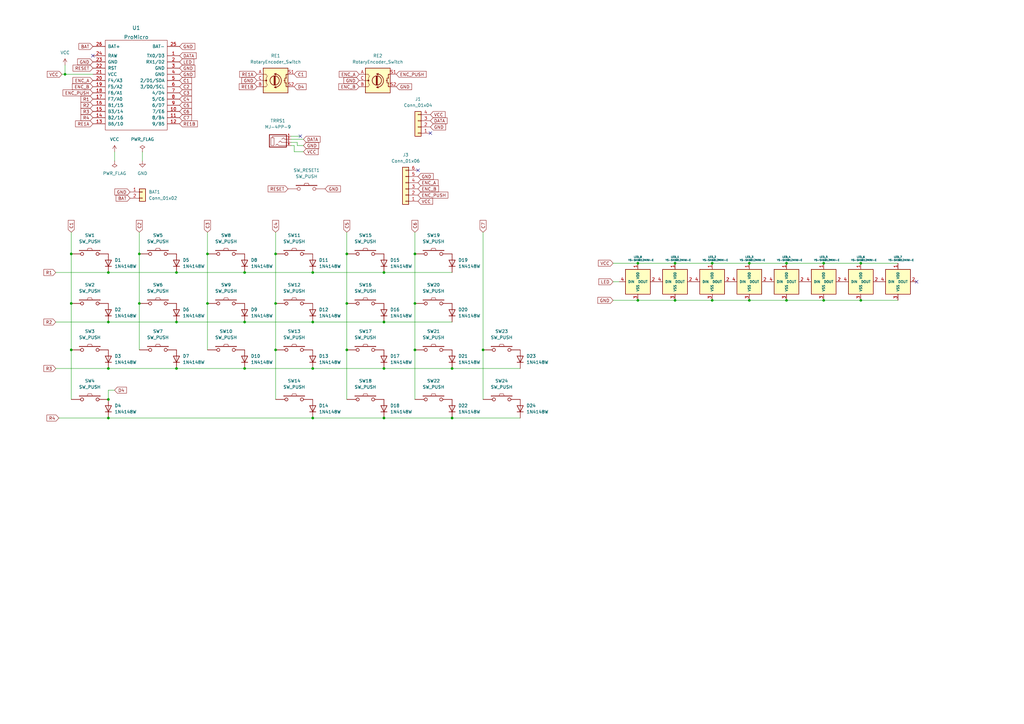
<source format=kicad_sch>
(kicad_sch (version 20211123) (generator eeschema)

  (uuid 3934cdea-42c8-4ab1-b1be-2c4978ab08ae)

  (paper "A3")

  (lib_symbols
    (symbol "Connector_Generic:Conn_01x02" (pin_names (offset 1.016) hide) (in_bom yes) (on_board yes)
      (property "Reference" "J" (id 0) (at 0 2.54 0)
        (effects (font (size 1.27 1.27)))
      )
      (property "Value" "Conn_01x02" (id 1) (at 0 -5.08 0)
        (effects (font (size 1.27 1.27)))
      )
      (property "Footprint" "" (id 2) (at 0 0 0)
        (effects (font (size 1.27 1.27)) hide)
      )
      (property "Datasheet" "~" (id 3) (at 0 0 0)
        (effects (font (size 1.27 1.27)) hide)
      )
      (property "ki_keywords" "connector" (id 4) (at 0 0 0)
        (effects (font (size 1.27 1.27)) hide)
      )
      (property "ki_description" "Generic connector, single row, 01x02, script generated (kicad-library-utils/schlib/autogen/connector/)" (id 5) (at 0 0 0)
        (effects (font (size 1.27 1.27)) hide)
      )
      (property "ki_fp_filters" "Connector*:*_1x??_*" (id 6) (at 0 0 0)
        (effects (font (size 1.27 1.27)) hide)
      )
      (symbol "Conn_01x02_1_1"
        (rectangle (start -1.27 -2.413) (end 0 -2.667)
          (stroke (width 0.1524) (type default) (color 0 0 0 0))
          (fill (type none))
        )
        (rectangle (start -1.27 0.127) (end 0 -0.127)
          (stroke (width 0.1524) (type default) (color 0 0 0 0))
          (fill (type none))
        )
        (rectangle (start -1.27 1.27) (end 1.27 -3.81)
          (stroke (width 0.254) (type default) (color 0 0 0 0))
          (fill (type background))
        )
        (pin passive line (at -5.08 0 0) (length 3.81)
          (name "Pin_1" (effects (font (size 1.27 1.27))))
          (number "1" (effects (font (size 1.27 1.27))))
        )
        (pin passive line (at -5.08 -2.54 0) (length 3.81)
          (name "Pin_2" (effects (font (size 1.27 1.27))))
          (number "2" (effects (font (size 1.27 1.27))))
        )
      )
    )
    (symbol "Connector_Generic:Conn_01x04" (pin_names (offset 1.016) hide) (in_bom yes) (on_board yes)
      (property "Reference" "J" (id 0) (at 0 5.08 0)
        (effects (font (size 1.27 1.27)))
      )
      (property "Value" "Conn_01x04" (id 1) (at 0 -7.62 0)
        (effects (font (size 1.27 1.27)))
      )
      (property "Footprint" "" (id 2) (at 0 0 0)
        (effects (font (size 1.27 1.27)) hide)
      )
      (property "Datasheet" "~" (id 3) (at 0 0 0)
        (effects (font (size 1.27 1.27)) hide)
      )
      (property "ki_keywords" "connector" (id 4) (at 0 0 0)
        (effects (font (size 1.27 1.27)) hide)
      )
      (property "ki_description" "Generic connector, single row, 01x04, script generated (kicad-library-utils/schlib/autogen/connector/)" (id 5) (at 0 0 0)
        (effects (font (size 1.27 1.27)) hide)
      )
      (property "ki_fp_filters" "Connector*:*_1x??_*" (id 6) (at 0 0 0)
        (effects (font (size 1.27 1.27)) hide)
      )
      (symbol "Conn_01x04_1_1"
        (rectangle (start -1.27 -4.953) (end 0 -5.207)
          (stroke (width 0.1524) (type default) (color 0 0 0 0))
          (fill (type none))
        )
        (rectangle (start -1.27 -2.413) (end 0 -2.667)
          (stroke (width 0.1524) (type default) (color 0 0 0 0))
          (fill (type none))
        )
        (rectangle (start -1.27 0.127) (end 0 -0.127)
          (stroke (width 0.1524) (type default) (color 0 0 0 0))
          (fill (type none))
        )
        (rectangle (start -1.27 2.667) (end 0 2.413)
          (stroke (width 0.1524) (type default) (color 0 0 0 0))
          (fill (type none))
        )
        (rectangle (start -1.27 3.81) (end 1.27 -6.35)
          (stroke (width 0.254) (type default) (color 0 0 0 0))
          (fill (type background))
        )
        (pin passive line (at -5.08 2.54 0) (length 3.81)
          (name "Pin_1" (effects (font (size 1.27 1.27))))
          (number "1" (effects (font (size 1.27 1.27))))
        )
        (pin passive line (at -5.08 0 0) (length 3.81)
          (name "Pin_2" (effects (font (size 1.27 1.27))))
          (number "2" (effects (font (size 1.27 1.27))))
        )
        (pin passive line (at -5.08 -2.54 0) (length 3.81)
          (name "Pin_3" (effects (font (size 1.27 1.27))))
          (number "3" (effects (font (size 1.27 1.27))))
        )
        (pin passive line (at -5.08 -5.08 0) (length 3.81)
          (name "Pin_4" (effects (font (size 1.27 1.27))))
          (number "4" (effects (font (size 1.27 1.27))))
        )
      )
    )
    (symbol "Connector_Generic:Conn_01x06" (pin_names (offset 1.016) hide) (in_bom yes) (on_board yes)
      (property "Reference" "J" (id 0) (at 0 7.62 0)
        (effects (font (size 1.27 1.27)))
      )
      (property "Value" "Conn_01x06" (id 1) (at 0 -10.16 0)
        (effects (font (size 1.27 1.27)))
      )
      (property "Footprint" "" (id 2) (at 0 0 0)
        (effects (font (size 1.27 1.27)) hide)
      )
      (property "Datasheet" "~" (id 3) (at 0 0 0)
        (effects (font (size 1.27 1.27)) hide)
      )
      (property "ki_keywords" "connector" (id 4) (at 0 0 0)
        (effects (font (size 1.27 1.27)) hide)
      )
      (property "ki_description" "Generic connector, single row, 01x06, script generated (kicad-library-utils/schlib/autogen/connector/)" (id 5) (at 0 0 0)
        (effects (font (size 1.27 1.27)) hide)
      )
      (property "ki_fp_filters" "Connector*:*_1x??_*" (id 6) (at 0 0 0)
        (effects (font (size 1.27 1.27)) hide)
      )
      (symbol "Conn_01x06_1_1"
        (rectangle (start -1.27 -7.493) (end 0 -7.747)
          (stroke (width 0.1524) (type default) (color 0 0 0 0))
          (fill (type none))
        )
        (rectangle (start -1.27 -4.953) (end 0 -5.207)
          (stroke (width 0.1524) (type default) (color 0 0 0 0))
          (fill (type none))
        )
        (rectangle (start -1.27 -2.413) (end 0 -2.667)
          (stroke (width 0.1524) (type default) (color 0 0 0 0))
          (fill (type none))
        )
        (rectangle (start -1.27 0.127) (end 0 -0.127)
          (stroke (width 0.1524) (type default) (color 0 0 0 0))
          (fill (type none))
        )
        (rectangle (start -1.27 2.667) (end 0 2.413)
          (stroke (width 0.1524) (type default) (color 0 0 0 0))
          (fill (type none))
        )
        (rectangle (start -1.27 5.207) (end 0 4.953)
          (stroke (width 0.1524) (type default) (color 0 0 0 0))
          (fill (type none))
        )
        (rectangle (start -1.27 6.35) (end 1.27 -8.89)
          (stroke (width 0.254) (type default) (color 0 0 0 0))
          (fill (type background))
        )
        (pin passive line (at -5.08 5.08 0) (length 3.81)
          (name "Pin_1" (effects (font (size 1.27 1.27))))
          (number "1" (effects (font (size 1.27 1.27))))
        )
        (pin passive line (at -5.08 2.54 0) (length 3.81)
          (name "Pin_2" (effects (font (size 1.27 1.27))))
          (number "2" (effects (font (size 1.27 1.27))))
        )
        (pin passive line (at -5.08 0 0) (length 3.81)
          (name "Pin_3" (effects (font (size 1.27 1.27))))
          (number "3" (effects (font (size 1.27 1.27))))
        )
        (pin passive line (at -5.08 -2.54 0) (length 3.81)
          (name "Pin_4" (effects (font (size 1.27 1.27))))
          (number "4" (effects (font (size 1.27 1.27))))
        )
        (pin passive line (at -5.08 -5.08 0) (length 3.81)
          (name "Pin_5" (effects (font (size 1.27 1.27))))
          (number "5" (effects (font (size 1.27 1.27))))
        )
        (pin passive line (at -5.08 -7.62 0) (length 3.81)
          (name "Pin_6" (effects (font (size 1.27 1.27))))
          (number "6" (effects (font (size 1.27 1.27))))
        )
      )
    )
    (symbol "Device:RotaryEncoder_Switch" (pin_names (offset 0.254) hide) (in_bom yes) (on_board yes)
      (property "Reference" "SW" (id 0) (at 0 6.604 0)
        (effects (font (size 1.27 1.27)))
      )
      (property "Value" "RotaryEncoder_Switch" (id 1) (at 0 -6.604 0)
        (effects (font (size 1.27 1.27)))
      )
      (property "Footprint" "" (id 2) (at -3.81 4.064 0)
        (effects (font (size 1.27 1.27)) hide)
      )
      (property "Datasheet" "~" (id 3) (at 0 6.604 0)
        (effects (font (size 1.27 1.27)) hide)
      )
      (property "ki_keywords" "rotary switch encoder switch push button" (id 4) (at 0 0 0)
        (effects (font (size 1.27 1.27)) hide)
      )
      (property "ki_description" "Rotary encoder, dual channel, incremental quadrate outputs, with switch" (id 5) (at 0 0 0)
        (effects (font (size 1.27 1.27)) hide)
      )
      (property "ki_fp_filters" "RotaryEncoder*Switch*" (id 6) (at 0 0 0)
        (effects (font (size 1.27 1.27)) hide)
      )
      (symbol "RotaryEncoder_Switch_0_1"
        (rectangle (start -5.08 5.08) (end 5.08 -5.08)
          (stroke (width 0.254) (type default) (color 0 0 0 0))
          (fill (type background))
        )
        (circle (center -3.81 0) (radius 0.254)
          (stroke (width 0) (type default) (color 0 0 0 0))
          (fill (type outline))
        )
        (arc (start -0.381 -2.794) (mid 2.3622 -0.0635) (end -0.381 2.667)
          (stroke (width 0.254) (type default) (color 0 0 0 0))
          (fill (type none))
        )
        (circle (center -0.381 0) (radius 1.905)
          (stroke (width 0.254) (type default) (color 0 0 0 0))
          (fill (type none))
        )
        (polyline
          (pts
            (xy -0.635 -1.778)
            (xy -0.635 1.778)
          )
          (stroke (width 0.254) (type default) (color 0 0 0 0))
          (fill (type none))
        )
        (polyline
          (pts
            (xy -0.381 -1.778)
            (xy -0.381 1.778)
          )
          (stroke (width 0.254) (type default) (color 0 0 0 0))
          (fill (type none))
        )
        (polyline
          (pts
            (xy -0.127 1.778)
            (xy -0.127 -1.778)
          )
          (stroke (width 0.254) (type default) (color 0 0 0 0))
          (fill (type none))
        )
        (polyline
          (pts
            (xy 3.81 0)
            (xy 3.429 0)
          )
          (stroke (width 0.254) (type default) (color 0 0 0 0))
          (fill (type none))
        )
        (polyline
          (pts
            (xy 3.81 1.016)
            (xy 3.81 -1.016)
          )
          (stroke (width 0.254) (type default) (color 0 0 0 0))
          (fill (type none))
        )
        (polyline
          (pts
            (xy -5.08 -2.54)
            (xy -3.81 -2.54)
            (xy -3.81 -2.032)
          )
          (stroke (width 0) (type default) (color 0 0 0 0))
          (fill (type none))
        )
        (polyline
          (pts
            (xy -5.08 2.54)
            (xy -3.81 2.54)
            (xy -3.81 2.032)
          )
          (stroke (width 0) (type default) (color 0 0 0 0))
          (fill (type none))
        )
        (polyline
          (pts
            (xy 0.254 -3.048)
            (xy -0.508 -2.794)
            (xy 0.127 -2.413)
          )
          (stroke (width 0.254) (type default) (color 0 0 0 0))
          (fill (type none))
        )
        (polyline
          (pts
            (xy 0.254 2.921)
            (xy -0.508 2.667)
            (xy 0.127 2.286)
          )
          (stroke (width 0.254) (type default) (color 0 0 0 0))
          (fill (type none))
        )
        (polyline
          (pts
            (xy 5.08 -2.54)
            (xy 4.318 -2.54)
            (xy 4.318 -1.016)
          )
          (stroke (width 0.254) (type default) (color 0 0 0 0))
          (fill (type none))
        )
        (polyline
          (pts
            (xy 5.08 2.54)
            (xy 4.318 2.54)
            (xy 4.318 1.016)
          )
          (stroke (width 0.254) (type default) (color 0 0 0 0))
          (fill (type none))
        )
        (polyline
          (pts
            (xy -5.08 0)
            (xy -3.81 0)
            (xy -3.81 -1.016)
            (xy -3.302 -2.032)
          )
          (stroke (width 0) (type default) (color 0 0 0 0))
          (fill (type none))
        )
        (polyline
          (pts
            (xy -4.318 0)
            (xy -3.81 0)
            (xy -3.81 1.016)
            (xy -3.302 2.032)
          )
          (stroke (width 0) (type default) (color 0 0 0 0))
          (fill (type none))
        )
        (circle (center 4.318 -1.016) (radius 0.127)
          (stroke (width 0.254) (type default) (color 0 0 0 0))
          (fill (type none))
        )
        (circle (center 4.318 1.016) (radius 0.127)
          (stroke (width 0.254) (type default) (color 0 0 0 0))
          (fill (type none))
        )
      )
      (symbol "RotaryEncoder_Switch_1_1"
        (pin passive line (at -7.62 2.54 0) (length 2.54)
          (name "A" (effects (font (size 1.27 1.27))))
          (number "A" (effects (font (size 1.27 1.27))))
        )
        (pin passive line (at -7.62 -2.54 0) (length 2.54)
          (name "B" (effects (font (size 1.27 1.27))))
          (number "B" (effects (font (size 1.27 1.27))))
        )
        (pin passive line (at -7.62 0 0) (length 2.54)
          (name "C" (effects (font (size 1.27 1.27))))
          (number "C" (effects (font (size 1.27 1.27))))
        )
        (pin passive line (at 7.62 2.54 180) (length 2.54)
          (name "S1" (effects (font (size 1.27 1.27))))
          (number "S1" (effects (font (size 1.27 1.27))))
        )
        (pin passive line (at 7.62 -2.54 180) (length 2.54)
          (name "S2" (effects (font (size 1.27 1.27))))
          (number "S2" (effects (font (size 1.27 1.27))))
        )
      )
    )
    (symbol "Diode:1N4148W" (pin_numbers hide) (pin_names (offset 1.016) hide) (in_bom yes) (on_board yes)
      (property "Reference" "D" (id 0) (at 0 2.54 0)
        (effects (font (size 1.27 1.27)))
      )
      (property "Value" "1N4148W" (id 1) (at 0 -2.54 0)
        (effects (font (size 1.27 1.27)))
      )
      (property "Footprint" "Diode_SMD:D_SOD-123" (id 2) (at 0 -4.445 0)
        (effects (font (size 1.27 1.27)) hide)
      )
      (property "Datasheet" "https://www.vishay.com/docs/85748/1n4148w.pdf" (id 3) (at 0 0 0)
        (effects (font (size 1.27 1.27)) hide)
      )
      (property "ki_keywords" "diode" (id 4) (at 0 0 0)
        (effects (font (size 1.27 1.27)) hide)
      )
      (property "ki_description" "75V 0.15A Fast Switching Diode, SOD-123" (id 5) (at 0 0 0)
        (effects (font (size 1.27 1.27)) hide)
      )
      (property "ki_fp_filters" "D*SOD?123*" (id 6) (at 0 0 0)
        (effects (font (size 1.27 1.27)) hide)
      )
      (symbol "1N4148W_0_1"
        (polyline
          (pts
            (xy -1.27 1.27)
            (xy -1.27 -1.27)
          )
          (stroke (width 0.254) (type default) (color 0 0 0 0))
          (fill (type none))
        )
        (polyline
          (pts
            (xy 1.27 0)
            (xy -1.27 0)
          )
          (stroke (width 0) (type default) (color 0 0 0 0))
          (fill (type none))
        )
        (polyline
          (pts
            (xy 1.27 1.27)
            (xy 1.27 -1.27)
            (xy -1.27 0)
            (xy 1.27 1.27)
          )
          (stroke (width 0.254) (type default) (color 0 0 0 0))
          (fill (type none))
        )
      )
      (symbol "1N4148W_1_1"
        (pin passive line (at -3.81 0 0) (length 2.54)
          (name "K" (effects (font (size 1.27 1.27))))
          (number "1" (effects (font (size 1.27 1.27))))
        )
        (pin passive line (at 3.81 0 180) (length 2.54)
          (name "A" (effects (font (size 1.27 1.27))))
          (number "2" (effects (font (size 1.27 1.27))))
        )
      )
    )
    (symbol "kbd:MJ-4PP-9" (pin_names (offset 1.016)) (in_bom yes) (on_board yes)
      (property "Reference" "J" (id 0) (at 0 3.81 0)
        (effects (font (size 1.27 1.27)))
      )
      (property "Value" "MJ-4PP-9" (id 1) (at 0 -3.81 0)
        (effects (font (size 1.27 1.27)))
      )
      (property "Footprint" "" (id 2) (at 6.985 4.445 0)
        (effects (font (size 1.27 1.27)) hide)
      )
      (property "Datasheet" "~" (id 3) (at 6.985 4.445 0)
        (effects (font (size 1.27 1.27)) hide)
      )
      (property "ki_keywords" "audio jack receptable stereo headphones TRRS connector" (id 4) (at 0 0 0)
        (effects (font (size 1.27 1.27)) hide)
      )
      (property "ki_description" "4-pin (audio) jack receptable (stereo + 4th pin/TRRS connector), compatible with PJ320A" (id 5) (at 0 0 0)
        (effects (font (size 1.27 1.27)) hide)
      )
      (symbol "MJ-4PP-9_0_1"
        (rectangle (start -1.905 -1.905) (end -3.175 1.27)
          (stroke (width 0) (type default) (color 0 0 0 0))
          (fill (type none))
        )
        (polyline
          (pts
            (xy -2.54 1.27)
            (xy -2.54 1.905)
            (xy 3.175 1.905)
          )
          (stroke (width 0) (type default) (color 0 0 0 0))
          (fill (type none))
        )
        (polyline
          (pts
            (xy -1.27 -1.905)
            (xy -0.635 -1.27)
            (xy 0 -1.905)
            (xy 3.175 -1.905)
          )
          (stroke (width 0) (type default) (color 0 0 0 0))
          (fill (type none))
        )
        (polyline
          (pts
            (xy 0 -0.635)
            (xy 0.635 0)
            (xy 1.27 -0.635)
            (xy 3.175 -0.635)
          )
          (stroke (width 0) (type default) (color 0 0 0 0))
          (fill (type none))
        )
        (polyline
          (pts
            (xy 1.27 0.635)
            (xy 1.905 1.27)
            (xy 2.54 0.635)
            (xy 3.175 0.635)
          )
          (stroke (width 0) (type default) (color 0 0 0 0))
          (fill (type none))
        )
        (rectangle (start 3.175 2.54) (end -3.81 -2.54)
          (stroke (width 0.3048) (type default) (color 0 0 0 0))
          (fill (type none))
        )
      )
      (symbol "MJ-4PP-9_1_1"
        (pin input line (at 5.08 1.905 180) (length 2.0066)
          (name "~" (effects (font (size 0.508 0.508))))
          (number "A" (effects (font (size 0.7112 0.7112))))
        )
        (pin input line (at 5.08 -1.905 180) (length 2.0066)
          (name "~" (effects (font (size 0.508 0.508))))
          (number "B" (effects (font (size 0.7112 0.7112))))
        )
        (pin input line (at 5.08 -0.635 180) (length 2.0066)
          (name "~" (effects (font (size 0.508 0.508))))
          (number "C" (effects (font (size 0.7112 0.7112))))
        )
        (pin input line (at 5.08 0.635 180) (length 2.0066)
          (name "~" (effects (font (size 0.508 0.508))))
          (number "D" (effects (font (size 0.7112 0.7112))))
        )
      )
    )
    (symbol "kbd:SW_PUSH" (pin_numbers hide) (pin_names (offset 1.016) hide) (in_bom yes) (on_board yes)
      (property "Reference" "SW" (id 0) (at 3.81 2.794 0)
        (effects (font (size 1.27 1.27)))
      )
      (property "Value" "SW_PUSH" (id 1) (at 0 -2.032 0)
        (effects (font (size 1.27 1.27)))
      )
      (property "Footprint" "" (id 2) (at 0 0 0)
        (effects (font (size 1.27 1.27)))
      )
      (property "Datasheet" "" (id 3) (at 0 0 0)
        (effects (font (size 1.27 1.27)))
      )
      (symbol "SW_PUSH_0_1"
        (rectangle (start -4.318 1.27) (end 4.318 1.524)
          (stroke (width 0) (type default) (color 0 0 0 0))
          (fill (type none))
        )
        (polyline
          (pts
            (xy -1.016 1.524)
            (xy -0.762 2.286)
            (xy 0.762 2.286)
            (xy 1.016 1.524)
          )
          (stroke (width 0) (type default) (color 0 0 0 0))
          (fill (type none))
        )
        (pin passive inverted (at -7.62 0 0) (length 5.08)
          (name "1" (effects (font (size 1.27 1.27))))
          (number "1" (effects (font (size 1.27 1.27))))
        )
        (pin passive inverted (at 7.62 0 180) (length 5.08)
          (name "2" (effects (font (size 1.27 1.27))))
          (number "2" (effects (font (size 1.27 1.27))))
        )
      )
    )
    (symbol "kbd:YS-SK6812MINI-E" (pin_names (offset 1.016)) (in_bom yes) (on_board yes)
      (property "Reference" "LED" (id 0) (at 2.54 -7.62 0)
        (effects (font (size 0.7366 0.7366)))
      )
      (property "Value" "YS-SK6812MINI-E" (id 1) (at 6.35 -6.35 0)
        (effects (font (size 0.7366 0.7366)))
      )
      (property "Footprint" "" (id 2) (at 2.54 -6.35 0)
        (effects (font (size 1.27 1.27)) hide)
      )
      (property "Datasheet" "" (id 3) (at 2.54 -6.35 0)
        (effects (font (size 1.27 1.27)) hide)
      )
      (symbol "YS-SK6812MINI-E_0_1"
        (rectangle (start -5.08 5.08) (end 5.08 -5.08)
          (stroke (width 0.254) (type default) (color 0 0 0 0))
          (fill (type background))
        )
      )
      (symbol "YS-SK6812MINI-E_1_1"
        (pin power_in line (at 0 7.62 270) (length 2.54)
          (name "VDD" (effects (font (size 0.9906 0.9906))))
          (number "1" (effects (font (size 1.27 1.27))))
        )
        (pin output line (at 7.62 0 180) (length 2.54)
          (name "DOUT" (effects (font (size 0.9906 0.9906))))
          (number "2" (effects (font (size 1.27 1.27))))
        )
        (pin power_in line (at 0 -7.62 90) (length 2.54)
          (name "VSS" (effects (font (size 0.9906 0.9906))))
          (number "3" (effects (font (size 1.27 1.27))))
        )
        (pin input line (at -7.62 0 0) (length 2.54)
          (name "DIN" (effects (font (size 0.9906 0.9906))))
          (number "4" (effects (font (size 1.27 1.27))))
        )
      )
    )
    (symbol "power:GND" (power) (pin_names (offset 0)) (in_bom yes) (on_board yes)
      (property "Reference" "#PWR" (id 0) (at 0 -6.35 0)
        (effects (font (size 1.27 1.27)) hide)
      )
      (property "Value" "GND" (id 1) (at 0 -3.81 0)
        (effects (font (size 1.27 1.27)))
      )
      (property "Footprint" "" (id 2) (at 0 0 0)
        (effects (font (size 1.27 1.27)) hide)
      )
      (property "Datasheet" "" (id 3) (at 0 0 0)
        (effects (font (size 1.27 1.27)) hide)
      )
      (property "ki_keywords" "power-flag" (id 4) (at 0 0 0)
        (effects (font (size 1.27 1.27)) hide)
      )
      (property "ki_description" "Power symbol creates a global label with name \"GND\" , ground" (id 5) (at 0 0 0)
        (effects (font (size 1.27 1.27)) hide)
      )
      (symbol "GND_0_1"
        (polyline
          (pts
            (xy 0 0)
            (xy 0 -1.27)
            (xy 1.27 -1.27)
            (xy 0 -2.54)
            (xy -1.27 -1.27)
            (xy 0 -1.27)
          )
          (stroke (width 0) (type default) (color 0 0 0 0))
          (fill (type none))
        )
      )
      (symbol "GND_1_1"
        (pin power_in line (at 0 0 270) (length 0) hide
          (name "GND" (effects (font (size 1.27 1.27))))
          (number "1" (effects (font (size 1.27 1.27))))
        )
      )
    )
    (symbol "power:PWR_FLAG" (power) (pin_numbers hide) (pin_names (offset 0) hide) (in_bom yes) (on_board yes)
      (property "Reference" "#FLG" (id 0) (at 0 1.905 0)
        (effects (font (size 1.27 1.27)) hide)
      )
      (property "Value" "PWR_FLAG" (id 1) (at 0 3.81 0)
        (effects (font (size 1.27 1.27)))
      )
      (property "Footprint" "" (id 2) (at 0 0 0)
        (effects (font (size 1.27 1.27)) hide)
      )
      (property "Datasheet" "~" (id 3) (at 0 0 0)
        (effects (font (size 1.27 1.27)) hide)
      )
      (property "ki_keywords" "power-flag" (id 4) (at 0 0 0)
        (effects (font (size 1.27 1.27)) hide)
      )
      (property "ki_description" "Special symbol for telling ERC where power comes from" (id 5) (at 0 0 0)
        (effects (font (size 1.27 1.27)) hide)
      )
      (symbol "PWR_FLAG_0_0"
        (pin power_out line (at 0 0 90) (length 0)
          (name "pwr" (effects (font (size 1.27 1.27))))
          (number "1" (effects (font (size 1.27 1.27))))
        )
      )
      (symbol "PWR_FLAG_0_1"
        (polyline
          (pts
            (xy 0 0)
            (xy 0 1.27)
            (xy -1.016 1.905)
            (xy 0 2.54)
            (xy 1.016 1.905)
            (xy 0 1.27)
          )
          (stroke (width 0) (type default) (color 0 0 0 0))
          (fill (type none))
        )
      )
    )
    (symbol "power:VCC" (power) (pin_names (offset 0)) (in_bom yes) (on_board yes)
      (property "Reference" "#PWR" (id 0) (at 0 -3.81 0)
        (effects (font (size 1.27 1.27)) hide)
      )
      (property "Value" "VCC" (id 1) (at 0 3.81 0)
        (effects (font (size 1.27 1.27)))
      )
      (property "Footprint" "" (id 2) (at 0 0 0)
        (effects (font (size 1.27 1.27)) hide)
      )
      (property "Datasheet" "" (id 3) (at 0 0 0)
        (effects (font (size 1.27 1.27)) hide)
      )
      (property "ki_keywords" "power-flag" (id 4) (at 0 0 0)
        (effects (font (size 1.27 1.27)) hide)
      )
      (property "ki_description" "Power symbol creates a global label with name \"VCC\"" (id 5) (at 0 0 0)
        (effects (font (size 1.27 1.27)) hide)
      )
      (symbol "VCC_0_1"
        (polyline
          (pts
            (xy -0.762 1.27)
            (xy 0 2.54)
          )
          (stroke (width 0) (type default) (color 0 0 0 0))
          (fill (type none))
        )
        (polyline
          (pts
            (xy 0 0)
            (xy 0 2.54)
          )
          (stroke (width 0) (type default) (color 0 0 0 0))
          (fill (type none))
        )
        (polyline
          (pts
            (xy 0 2.54)
            (xy 0.762 1.27)
          )
          (stroke (width 0) (type default) (color 0 0 0 0))
          (fill (type none))
        )
      )
      (symbol "VCC_1_1"
        (pin power_in line (at 0 0 90) (length 0) hide
          (name "VCC" (effects (font (size 1.27 1.27))))
          (number "1" (effects (font (size 1.27 1.27))))
        )
      )
    )
    (symbol "willow:ProMicro" (pin_names (offset 1.016)) (in_bom yes) (on_board yes)
      (property "Reference" "U" (id 0) (at 0 21.59 0)
        (effects (font (size 1.524 1.524)))
      )
      (property "Value" "ProMicro" (id 1) (at 0 -19.05 0)
        (effects (font (size 1.524 1.524)))
      )
      (property "Footprint" "" (id 2) (at 2.54 -26.67 0)
        (effects (font (size 1.524 1.524)))
      )
      (property "Datasheet" "" (id 3) (at 2.54 -26.67 0)
        (effects (font (size 1.524 1.524)))
      )
      (symbol "ProMicro_0_1"
        (rectangle (start -12.7 20.32) (end 12.7 -16.51)
          (stroke (width 0) (type default) (color 0 0 0 0))
          (fill (type none))
        )
      )
      (symbol "ProMicro_1_1"
        (pin bidirectional line (at -17.78 13.97 0) (length 5.08)
          (name "TX0/D3" (effects (font (size 1.27 1.27))))
          (number "1" (effects (font (size 1.27 1.27))))
        )
        (pin bidirectional line (at -17.78 -8.89 0) (length 5.08)
          (name "7/E6" (effects (font (size 1.27 1.27))))
          (number "10" (effects (font (size 1.27 1.27))))
        )
        (pin bidirectional line (at -17.78 -11.43 0) (length 5.08)
          (name "8/B4" (effects (font (size 1.27 1.27))))
          (number "11" (effects (font (size 1.27 1.27))))
        )
        (pin bidirectional line (at -17.78 -13.97 0) (length 5.08)
          (name "9/B5" (effects (font (size 1.27 1.27))))
          (number "12" (effects (font (size 1.27 1.27))))
        )
        (pin bidirectional line (at 17.78 -13.97 180) (length 5.08)
          (name "B6/10" (effects (font (size 1.27 1.27))))
          (number "13" (effects (font (size 1.27 1.27))))
        )
        (pin bidirectional line (at 17.78 -11.43 180) (length 5.08)
          (name "B2/16" (effects (font (size 1.27 1.27))))
          (number "14" (effects (font (size 1.27 1.27))))
        )
        (pin bidirectional line (at 17.78 -8.89 180) (length 5.08)
          (name "B3/14" (effects (font (size 1.27 1.27))))
          (number "15" (effects (font (size 1.27 1.27))))
        )
        (pin bidirectional line (at 17.78 -6.35 180) (length 5.08)
          (name "B1/15" (effects (font (size 1.27 1.27))))
          (number "16" (effects (font (size 1.27 1.27))))
        )
        (pin bidirectional line (at 17.78 -3.81 180) (length 5.08)
          (name "F7/A0" (effects (font (size 1.27 1.27))))
          (number "17" (effects (font (size 1.27 1.27))))
        )
        (pin bidirectional line (at 17.78 -1.27 180) (length 5.08)
          (name "F6/A1" (effects (font (size 1.27 1.27))))
          (number "18" (effects (font (size 1.27 1.27))))
        )
        (pin bidirectional line (at 17.78 1.27 180) (length 5.08)
          (name "F5/A2" (effects (font (size 1.27 1.27))))
          (number "19" (effects (font (size 1.27 1.27))))
        )
        (pin bidirectional line (at -17.78 11.43 0) (length 5.08)
          (name "RX1/D2" (effects (font (size 1.27 1.27))))
          (number "2" (effects (font (size 1.27 1.27))))
        )
        (pin bidirectional line (at 17.78 3.81 180) (length 5.08)
          (name "F4/A3" (effects (font (size 1.27 1.27))))
          (number "20" (effects (font (size 1.27 1.27))))
        )
        (pin power_in line (at 17.78 6.35 180) (length 5.08)
          (name "VCC" (effects (font (size 1.27 1.27))))
          (number "21" (effects (font (size 1.27 1.27))))
        )
        (pin input line (at 17.78 8.89 180) (length 5.08)
          (name "RST" (effects (font (size 1.27 1.27))))
          (number "22" (effects (font (size 1.27 1.27))))
        )
        (pin power_in line (at 17.78 11.43 180) (length 5.08)
          (name "GND" (effects (font (size 1.27 1.27))))
          (number "23" (effects (font (size 1.27 1.27))))
        )
        (pin power_out line (at 17.78 13.97 180) (length 5.08)
          (name "RAW" (effects (font (size 1.27 1.27))))
          (number "24" (effects (font (size 1.27 1.27))))
        )
        (pin power_in line (at -17.78 17.78 0) (length 5.08)
          (name "BAT-" (effects (font (size 1.27 1.27))))
          (number "25" (effects (font (size 1.27 1.27))))
        )
        (pin input line (at 17.78 17.78 180) (length 5.08)
          (name "BAT+" (effects (font (size 1.27 1.27))))
          (number "26" (effects (font (size 1.27 1.27))))
        )
        (pin power_in line (at -17.78 8.89 0) (length 5.08)
          (name "GND" (effects (font (size 1.27 1.27))))
          (number "3" (effects (font (size 1.27 1.27))))
        )
        (pin power_in line (at -17.78 6.35 0) (length 5.08)
          (name "GND" (effects (font (size 1.27 1.27))))
          (number "4" (effects (font (size 1.27 1.27))))
        )
        (pin bidirectional line (at -17.78 3.81 0) (length 5.08)
          (name "2/D1/SDA" (effects (font (size 1.27 1.27))))
          (number "5" (effects (font (size 1.27 1.27))))
        )
        (pin bidirectional line (at -17.78 1.27 0) (length 5.08)
          (name "3/D0/SCL" (effects (font (size 1.27 1.27))))
          (number "6" (effects (font (size 1.27 1.27))))
        )
        (pin bidirectional line (at -17.78 -1.27 0) (length 5.08)
          (name "4/D4" (effects (font (size 1.27 1.27))))
          (number "7" (effects (font (size 1.27 1.27))))
        )
        (pin bidirectional line (at -17.78 -3.81 0) (length 5.08)
          (name "5/C6" (effects (font (size 1.27 1.27))))
          (number "8" (effects (font (size 1.27 1.27))))
        )
        (pin bidirectional line (at -17.78 -6.35 0) (length 5.08)
          (name "6/D7" (effects (font (size 1.27 1.27))))
          (number "9" (effects (font (size 1.27 1.27))))
        )
      )
    )
  )

  (junction (at 353.06 107.95) (diameter 0) (color 0 0 0 0)
    (uuid 1078cf98-062e-473e-92c2-71d9367d167d)
  )
  (junction (at 44.45 111.76) (diameter 0) (color 0 0 0 0)
    (uuid 1568f693-1c53-44d1-a30c-dc84040631bc)
  )
  (junction (at 100.33 151.13) (diameter 0) (color 0 0 0 0)
    (uuid 1be5128a-b9f4-40ee-8588-3f67b3df0210)
  )
  (junction (at 170.18 124.46) (diameter 0) (color 0 0 0 0)
    (uuid 2467d35a-0aa7-4d71-b316-e46481ccdbff)
  )
  (junction (at 142.24 124.46) (diameter 0) (color 0 0 0 0)
    (uuid 2fb7cd85-db96-420a-820c-9e7f503a415b)
  )
  (junction (at 170.18 104.14) (diameter 0) (color 0 0 0 0)
    (uuid 32890c69-5333-49b1-ae4d-2fc90c24e023)
  )
  (junction (at 57.15 104.14) (diameter 0) (color 0 0 0 0)
    (uuid 372c7431-8414-47f2-a2e7-a3cc93488857)
  )
  (junction (at 44.45 132.08) (diameter 0) (color 0 0 0 0)
    (uuid 3e9f0e4b-eb11-4ae6-aa42-5a7258e641bf)
  )
  (junction (at 100.33 132.08) (diameter 0) (color 0 0 0 0)
    (uuid 3ee6d91a-f8a5-4a46-b03f-5ec3d3dc3431)
  )
  (junction (at 72.39 132.08) (diameter 0) (color 0 0 0 0)
    (uuid 4247bf6f-965d-44db-91fe-98abd891105a)
  )
  (junction (at 113.03 104.14) (diameter 0) (color 0 0 0 0)
    (uuid 432d6c5d-d6b2-40ed-bc24-0aa072978c8f)
  )
  (junction (at 44.45 171.45) (diameter 0) (color 0 0 0 0)
    (uuid 5cf7383c-95c0-429e-8db3-bb65b0e4a2a6)
  )
  (junction (at 100.33 111.76) (diameter 0) (color 0 0 0 0)
    (uuid 5d4cd1c5-f83f-4bb4-a9fd-144ec2f8d6be)
  )
  (junction (at 198.12 143.51) (diameter 0) (color 0 0 0 0)
    (uuid 5d5d7c89-5a9f-4717-8dcd-b57f93748536)
  )
  (junction (at 72.39 111.76) (diameter 0) (color 0 0 0 0)
    (uuid 61c510de-701c-46c0-933b-6192df6d8797)
  )
  (junction (at 128.27 111.76) (diameter 0) (color 0 0 0 0)
    (uuid 64eb54ae-965a-4c14-8230-ddb22f028d52)
  )
  (junction (at 44.45 163.83) (diameter 0) (color 0 0 0 0)
    (uuid 66ec53e6-7c84-431b-a31a-75665c7e3c44)
  )
  (junction (at 170.18 143.51) (diameter 0) (color 0 0 0 0)
    (uuid 68b7e069-523a-436b-8927-47a9680db254)
  )
  (junction (at 261.62 123.19) (diameter 0) (color 0 0 0 0)
    (uuid 6c11100d-71d8-4585-a4d0-50e6cbe9ee72)
  )
  (junction (at 322.58 123.19) (diameter 0) (color 0 0 0 0)
    (uuid 6c6c0302-f1d4-4ba5-b7a2-cc9bcb810e4d)
  )
  (junction (at 128.27 151.13) (diameter 0) (color 0 0 0 0)
    (uuid 744d4d4c-cedc-4764-a01a-c8b5f0d17797)
  )
  (junction (at 29.21 124.46) (diameter 0) (color 0 0 0 0)
    (uuid 75a48880-30b7-4c75-b800-6143cee4a5a8)
  )
  (junction (at 85.09 104.14) (diameter 0) (color 0 0 0 0)
    (uuid 77f244f6-55f4-42aa-8b21-f2e6421e5a72)
  )
  (junction (at 157.48 132.08) (diameter 0) (color 0 0 0 0)
    (uuid 7857109f-1113-4c53-84fd-61a6dc737fcd)
  )
  (junction (at 292.1 123.19) (diameter 0) (color 0 0 0 0)
    (uuid 78e3b67d-30ac-485d-9db7-796607b64e62)
  )
  (junction (at 276.86 107.95) (diameter 0) (color 0 0 0 0)
    (uuid 7dc94bb2-f937-49fc-a590-d9e5ad2b1d00)
  )
  (junction (at 276.86 123.19) (diameter 0) (color 0 0 0 0)
    (uuid 81bc176e-7806-4931-97be-b66bdd5c202e)
  )
  (junction (at 307.34 123.19) (diameter 0) (color 0 0 0 0)
    (uuid 81d3930b-497f-4764-811f-214169c00b69)
  )
  (junction (at 113.03 124.46) (diameter 0) (color 0 0 0 0)
    (uuid 81d4960b-3787-4d18-9c32-d0e506dd0fe8)
  )
  (junction (at 157.48 151.13) (diameter 0) (color 0 0 0 0)
    (uuid 8784716d-10fa-4fe8-8ea7-02096bcf8b22)
  )
  (junction (at 57.15 124.46) (diameter 0) (color 0 0 0 0)
    (uuid 87c9f25e-5e8c-4153-b177-903e81b8d53d)
  )
  (junction (at 185.42 171.45) (diameter 0) (color 0 0 0 0)
    (uuid 8a95abce-4658-4842-83b5-b40d4f3600b6)
  )
  (junction (at 26.67 30.48) (diameter 0) (color 0 0 0 0)
    (uuid 8cb3c7f9-5937-4e73-9c30-e5ef46a7add8)
  )
  (junction (at 185.42 151.13) (diameter 0) (color 0 0 0 0)
    (uuid 8fe25b25-271b-4b4b-86aa-a78e762a858e)
  )
  (junction (at 261.62 107.95) (diameter 0) (color 0 0 0 0)
    (uuid 916aa7ac-af94-4371-b0f2-d713e061d568)
  )
  (junction (at 157.48 111.76) (diameter 0) (color 0 0 0 0)
    (uuid 9437d10b-a244-48ac-90c0-e18ae5bcd30a)
  )
  (junction (at 142.24 104.14) (diameter 0) (color 0 0 0 0)
    (uuid 9b6657c1-0ab0-4325-9845-49f6a570fb98)
  )
  (junction (at 337.82 123.19) (diameter 0) (color 0 0 0 0)
    (uuid 9c31254d-41ab-4c93-a078-c1dc4fce4c48)
  )
  (junction (at 29.21 143.51) (diameter 0) (color 0 0 0 0)
    (uuid a100b2e5-bd6d-4410-839f-b733cd85e3a4)
  )
  (junction (at 128.27 171.45) (diameter 0) (color 0 0 0 0)
    (uuid a485b71f-c0a4-4d4a-9faf-d1c104911c26)
  )
  (junction (at 29.21 104.14) (diameter 0) (color 0 0 0 0)
    (uuid a8fd423f-7aea-4863-9579-b72584d5a4d6)
  )
  (junction (at 292.1 107.95) (diameter 0) (color 0 0 0 0)
    (uuid c343cc86-5c2f-44c5-816d-74191a3f4a85)
  )
  (junction (at 322.58 107.95) (diameter 0) (color 0 0 0 0)
    (uuid ce5adfef-f38f-474a-944f-d50b751a19d8)
  )
  (junction (at 72.39 151.13) (diameter 0) (color 0 0 0 0)
    (uuid d6ba6db6-53e8-4d2b-8248-eec0db8b1bd3)
  )
  (junction (at 113.03 143.51) (diameter 0) (color 0 0 0 0)
    (uuid d6c2951a-a5d5-434e-8b0a-ad65345a1f1e)
  )
  (junction (at 353.06 123.19) (diameter 0) (color 0 0 0 0)
    (uuid e5ac018b-0eef-4383-a318-c0a541fadd68)
  )
  (junction (at 142.24 143.51) (diameter 0) (color 0 0 0 0)
    (uuid e79df450-1300-46e7-8e85-5b26b18c372a)
  )
  (junction (at 337.82 107.95) (diameter 0) (color 0 0 0 0)
    (uuid e8b3662d-89ef-407e-9391-0cea5401ee38)
  )
  (junction (at 157.48 171.45) (diameter 0) (color 0 0 0 0)
    (uuid ee29a8b3-4ad9-4469-a392-6e6b3375c327)
  )
  (junction (at 128.27 132.08) (diameter 0) (color 0 0 0 0)
    (uuid f7fb7814-d05f-42e4-a972-40dc10ae0694)
  )
  (junction (at 85.09 124.46) (diameter 0) (color 0 0 0 0)
    (uuid fa57b13c-e48d-4b56-839c-e2457ed5857e)
  )
  (junction (at 44.45 151.13) (diameter 0) (color 0 0 0 0)
    (uuid fe2d8d97-0ab1-4034-b432-ddcd2a910915)
  )
  (junction (at 307.34 107.95) (diameter 0) (color 0 0 0 0)
    (uuid ff11d441-8273-461d-8236-d04420dd026d)
  )

  (no_connect (at 375.92 115.57) (uuid 35651ee9-f461-494a-b50b-cae3b07194bb))
  (no_connect (at 123.19 55.88) (uuid 3dfd13e1-78dd-47c4-b013-6346992bf3dc))
  (no_connect (at 176.53 54.61) (uuid 5173c226-bbf0-41f6-90a7-0fd43d8acbd9))
  (no_connect (at 171.45 69.85) (uuid 5681b125-1ab3-4762-b889-d34158dea436))
  (no_connect (at 38.1 22.86) (uuid 76af603e-a4c9-4e2c-9b7f-827b68b4b354))

  (wire (pts (xy 157.48 132.08) (xy 185.42 132.08))
    (stroke (width 0) (type default) (color 0 0 0 0))
    (uuid 1439ec11-2d11-40a5-8ad6-366ef655f309)
  )
  (wire (pts (xy 185.42 151.13) (xy 213.36 151.13))
    (stroke (width 0) (type default) (color 0 0 0 0))
    (uuid 15123087-425a-4b42-aae4-6553b92fa83e)
  )
  (wire (pts (xy 72.39 151.13) (xy 100.33 151.13))
    (stroke (width 0) (type default) (color 0 0 0 0))
    (uuid 172f6b8a-7a09-4856-a81a-f6262720bd94)
  )
  (wire (pts (xy 170.18 95.25) (xy 170.18 104.14))
    (stroke (width 0) (type default) (color 0 0 0 0))
    (uuid 1ce35018-bcce-48cc-bda8-ff92cb4ab050)
  )
  (wire (pts (xy 261.62 107.95) (xy 276.86 107.95))
    (stroke (width 0) (type default) (color 0 0 0 0))
    (uuid 21371ec5-fd90-4d2b-bc95-da6c0663d971)
  )
  (wire (pts (xy 22.86 151.13) (xy 44.45 151.13))
    (stroke (width 0) (type default) (color 0 0 0 0))
    (uuid 21e3ec66-cb56-4309-9257-95faaa3f827f)
  )
  (wire (pts (xy 85.09 124.46) (xy 85.09 143.51))
    (stroke (width 0) (type default) (color 0 0 0 0))
    (uuid 21ea5f4a-cff8-4809-8556-fa2bee079fea)
  )
  (wire (pts (xy 100.33 132.08) (xy 128.27 132.08))
    (stroke (width 0) (type default) (color 0 0 0 0))
    (uuid 2429efc8-bad7-4ca1-a8c4-c8ec2ad02a87)
  )
  (wire (pts (xy 170.18 143.51) (xy 170.18 163.83))
    (stroke (width 0) (type default) (color 0 0 0 0))
    (uuid 243ecc76-859e-4616-a038-bc808a98417c)
  )
  (wire (pts (xy 44.45 132.08) (xy 22.86 132.08))
    (stroke (width 0) (type default) (color 0 0 0 0))
    (uuid 2a0d298f-8248-493d-9620-cbbd6b2b0aa2)
  )
  (wire (pts (xy 85.09 104.14) (xy 85.09 124.46))
    (stroke (width 0) (type default) (color 0 0 0 0))
    (uuid 2e987a83-b391-4625-8ae4-984d605f0c55)
  )
  (wire (pts (xy 292.1 123.19) (xy 307.34 123.19))
    (stroke (width 0) (type default) (color 0 0 0 0))
    (uuid 31bb61ad-044e-4f6c-8d5d-f6af0f37e5b4)
  )
  (wire (pts (xy 44.45 171.45) (xy 128.27 171.45))
    (stroke (width 0) (type default) (color 0 0 0 0))
    (uuid 3495e8e4-211e-43bf-b4c2-3090c6fe7e62)
  )
  (wire (pts (xy 251.46 123.19) (xy 261.62 123.19))
    (stroke (width 0) (type default) (color 0 0 0 0))
    (uuid 375594b9-582b-45a1-a396-890683a47df0)
  )
  (wire (pts (xy 322.58 107.95) (xy 337.82 107.95))
    (stroke (width 0) (type default) (color 0 0 0 0))
    (uuid 391caca9-3974-4428-92ef-70116cde09c0)
  )
  (wire (pts (xy 44.45 111.76) (xy 72.39 111.76))
    (stroke (width 0) (type default) (color 0 0 0 0))
    (uuid 39ac0ac5-47ad-4e92-a752-6d85183772ce)
  )
  (wire (pts (xy 121.92 59.69) (xy 121.92 58.42))
    (stroke (width 0) (type default) (color 0 0 0 0))
    (uuid 3b069b10-b5ef-4b87-bf2a-d5406a846a70)
  )
  (wire (pts (xy 251.46 115.57) (xy 254 115.57))
    (stroke (width 0) (type default) (color 0 0 0 0))
    (uuid 3c103418-2948-4ef7-ac07-d4a9e5f22930)
  )
  (wire (pts (xy 198.12 143.51) (xy 198.12 163.83))
    (stroke (width 0) (type default) (color 0 0 0 0))
    (uuid 3d2bbc5c-3432-4e7b-9125-7997db72c5e8)
  )
  (wire (pts (xy 46.99 62.23) (xy 46.99 66.04))
    (stroke (width 0) (type default) (color 0 0 0 0))
    (uuid 3dd41d75-6b78-445f-97dc-186a48824166)
  )
  (wire (pts (xy 185.42 171.45) (xy 213.36 171.45))
    (stroke (width 0) (type default) (color 0 0 0 0))
    (uuid 3e8ba646-27c9-423b-8e4c-ec6f64a5506f)
  )
  (wire (pts (xy 128.27 111.76) (xy 157.48 111.76))
    (stroke (width 0) (type default) (color 0 0 0 0))
    (uuid 46a7cf23-3eb4-4026-aedf-34228f6033c0)
  )
  (wire (pts (xy 353.06 107.95) (xy 368.3 107.95))
    (stroke (width 0) (type default) (color 0 0 0 0))
    (uuid 471744e6-e0d5-4dfe-ba9f-81ce355beed4)
  )
  (wire (pts (xy 276.86 123.19) (xy 292.1 123.19))
    (stroke (width 0) (type default) (color 0 0 0 0))
    (uuid 4c4acaeb-549f-4ba2-9e5d-e4de2c542572)
  )
  (wire (pts (xy 142.24 143.51) (xy 142.24 163.83))
    (stroke (width 0) (type default) (color 0 0 0 0))
    (uuid 4d54ccd9-1486-4f4c-bfda-8d0313ecabe6)
  )
  (wire (pts (xy 72.39 111.76) (xy 100.33 111.76))
    (stroke (width 0) (type default) (color 0 0 0 0))
    (uuid 50ab27eb-597f-471d-b23f-d14ae1d8ea8e)
  )
  (wire (pts (xy 128.27 171.45) (xy 157.48 171.45))
    (stroke (width 0) (type default) (color 0 0 0 0))
    (uuid 52d69f09-b146-4cac-90d1-d772853f52b2)
  )
  (wire (pts (xy 119.38 57.15) (xy 124.46 57.15))
    (stroke (width 0) (type default) (color 0 0 0 0))
    (uuid 546082dc-be5b-466f-8a6d-e926ad294645)
  )
  (wire (pts (xy 57.15 95.25) (xy 57.15 104.14))
    (stroke (width 0) (type default) (color 0 0 0 0))
    (uuid 55b1bf6d-1736-42fd-add4-1cd47cb33607)
  )
  (wire (pts (xy 251.46 107.95) (xy 261.62 107.95))
    (stroke (width 0) (type default) (color 0 0 0 0))
    (uuid 597dec81-ed1f-439d-b821-e4aafaabfbc1)
  )
  (wire (pts (xy 22.86 111.76) (xy 44.45 111.76))
    (stroke (width 0) (type default) (color 0 0 0 0))
    (uuid 5b60a587-52eb-47e9-89fa-54f0a18e8190)
  )
  (wire (pts (xy 29.21 95.25) (xy 29.21 104.14))
    (stroke (width 0) (type default) (color 0 0 0 0))
    (uuid 5d98c4af-8c17-491e-8290-b0dc2ba3575e)
  )
  (wire (pts (xy 29.21 104.14) (xy 29.21 124.46))
    (stroke (width 0) (type default) (color 0 0 0 0))
    (uuid 5eb2a3f4-69ea-4769-818b-522c052d9c26)
  )
  (wire (pts (xy 170.18 124.46) (xy 170.18 143.51))
    (stroke (width 0) (type default) (color 0 0 0 0))
    (uuid 61a9aa11-31d6-4b26-8262-2a05478200af)
  )
  (wire (pts (xy 121.92 58.42) (xy 119.38 58.42))
    (stroke (width 0) (type default) (color 0 0 0 0))
    (uuid 67e61457-71b4-4e90-9d5b-e9a024edc2a5)
  )
  (wire (pts (xy 26.67 30.48) (xy 38.1 30.48))
    (stroke (width 0) (type default) (color 0 0 0 0))
    (uuid 6a6d246c-5233-4370-a55a-f4395f9bd297)
  )
  (wire (pts (xy 85.09 95.25) (xy 85.09 104.14))
    (stroke (width 0) (type default) (color 0 0 0 0))
    (uuid 6c18c63d-1bb0-48f8-ace6-113d911ac335)
  )
  (wire (pts (xy 58.42 62.23) (xy 58.42 66.04))
    (stroke (width 0) (type default) (color 0 0 0 0))
    (uuid 6dbf7edf-f065-4676-bff3-5ef55f994ea5)
  )
  (wire (pts (xy 44.45 160.02) (xy 44.45 163.83))
    (stroke (width 0) (type default) (color 0 0 0 0))
    (uuid 6eca8628-6e97-4ecd-ba19-2690c005fd43)
  )
  (wire (pts (xy 353.06 123.19) (xy 368.3 123.19))
    (stroke (width 0) (type default) (color 0 0 0 0))
    (uuid 7e5ae482-79c1-4907-bbdb-05495b826127)
  )
  (wire (pts (xy 44.45 132.08) (xy 72.39 132.08))
    (stroke (width 0) (type default) (color 0 0 0 0))
    (uuid 828294d9-d4fc-44e1-a351-dbd49cd5e51f)
  )
  (wire (pts (xy 29.21 143.51) (xy 29.21 163.83))
    (stroke (width 0) (type default) (color 0 0 0 0))
    (uuid 872e8bca-76cd-4ec9-9618-8e95b6069094)
  )
  (wire (pts (xy 157.48 151.13) (xy 185.42 151.13))
    (stroke (width 0) (type default) (color 0 0 0 0))
    (uuid 898d6a16-c849-4787-a102-8fc83f3d8f71)
  )
  (wire (pts (xy 72.39 132.08) (xy 100.33 132.08))
    (stroke (width 0) (type default) (color 0 0 0 0))
    (uuid 8cef5deb-e46b-47f4-97b3-6d08b3691862)
  )
  (wire (pts (xy 307.34 123.19) (xy 322.58 123.19))
    (stroke (width 0) (type default) (color 0 0 0 0))
    (uuid 8d1625e4-5bfa-4faf-b19b-de383cb8e55c)
  )
  (wire (pts (xy 57.15 104.14) (xy 57.15 124.46))
    (stroke (width 0) (type default) (color 0 0 0 0))
    (uuid 91855f7c-d28f-488b-8689-0ee1ca65a4a5)
  )
  (wire (pts (xy 113.03 143.51) (xy 113.03 163.83))
    (stroke (width 0) (type default) (color 0 0 0 0))
    (uuid 91cd64d3-b1a0-416b-a46e-6d5003ee5d22)
  )
  (wire (pts (xy 142.24 104.14) (xy 142.24 124.46))
    (stroke (width 0) (type default) (color 0 0 0 0))
    (uuid 9542b73a-4007-4ec4-8ffc-9f1e3d78d8f1)
  )
  (wire (pts (xy 57.15 124.46) (xy 57.15 143.51))
    (stroke (width 0) (type default) (color 0 0 0 0))
    (uuid 96015518-62d9-4559-9a2d-01068c4a4aad)
  )
  (wire (pts (xy 26.67 26.67) (xy 26.67 30.48))
    (stroke (width 0) (type default) (color 0 0 0 0))
    (uuid 9622c7e3-a4b4-4b0e-81d5-f286da13c1e2)
  )
  (wire (pts (xy 124.46 59.69) (xy 121.92 59.69))
    (stroke (width 0) (type default) (color 0 0 0 0))
    (uuid 997ca4e2-228a-4923-b26e-32ecf29ffe10)
  )
  (wire (pts (xy 46.99 160.02) (xy 44.45 160.02))
    (stroke (width 0) (type default) (color 0 0 0 0))
    (uuid 9c11a244-b063-41b8-8d9c-3c885ae50874)
  )
  (wire (pts (xy 113.03 124.46) (xy 113.03 143.51))
    (stroke (width 0) (type default) (color 0 0 0 0))
    (uuid 9e48ee76-55b0-45e5-a660-cd0e4471ca0b)
  )
  (wire (pts (xy 100.33 151.13) (xy 128.27 151.13))
    (stroke (width 0) (type default) (color 0 0 0 0))
    (uuid a45500bb-7d4c-478c-bcdf-130fa7f621bb)
  )
  (wire (pts (xy 292.1 107.95) (xy 307.34 107.95))
    (stroke (width 0) (type default) (color 0 0 0 0))
    (uuid a517d339-da93-4bf2-bddf-971d5a807a03)
  )
  (wire (pts (xy 25.4 30.48) (xy 26.67 30.48))
    (stroke (width 0) (type default) (color 0 0 0 0))
    (uuid a68ebf34-4b66-42ad-854f-af5f4b0439aa)
  )
  (wire (pts (xy 276.86 107.95) (xy 292.1 107.95))
    (stroke (width 0) (type default) (color 0 0 0 0))
    (uuid a9a58eb1-2a61-4494-bbf7-b3dbaf642c7e)
  )
  (wire (pts (xy 120.65 59.69) (xy 119.38 59.69))
    (stroke (width 0) (type default) (color 0 0 0 0))
    (uuid aecbae44-4e48-4617-884e-cee041cc29ef)
  )
  (wire (pts (xy 157.48 171.45) (xy 185.42 171.45))
    (stroke (width 0) (type default) (color 0 0 0 0))
    (uuid b91c912f-a482-4480-88a2-41be6a089c84)
  )
  (wire (pts (xy 29.21 124.46) (xy 29.21 143.51))
    (stroke (width 0) (type default) (color 0 0 0 0))
    (uuid b932b017-c74a-483f-970a-061f0c3594ca)
  )
  (wire (pts (xy 113.03 104.14) (xy 113.03 124.46))
    (stroke (width 0) (type default) (color 0 0 0 0))
    (uuid c612c1b4-1006-476b-b148-b65191a489ac)
  )
  (wire (pts (xy 128.27 151.13) (xy 157.48 151.13))
    (stroke (width 0) (type default) (color 0 0 0 0))
    (uuid d36ee21a-0464-479b-906a-7089f38ce2fa)
  )
  (wire (pts (xy 120.65 62.23) (xy 120.65 59.69))
    (stroke (width 0) (type default) (color 0 0 0 0))
    (uuid d624b36f-7def-486b-ac37-fd4c0ca84252)
  )
  (wire (pts (xy 124.46 62.23) (xy 120.65 62.23))
    (stroke (width 0) (type default) (color 0 0 0 0))
    (uuid db7d841a-4de4-42c6-9947-b6d14937f78c)
  )
  (wire (pts (xy 100.33 111.76) (xy 128.27 111.76))
    (stroke (width 0) (type default) (color 0 0 0 0))
    (uuid e2f4bcce-4550-41b6-8981-f04fc7acd54a)
  )
  (wire (pts (xy 142.24 124.46) (xy 142.24 143.51))
    (stroke (width 0) (type default) (color 0 0 0 0))
    (uuid e31bd634-94c1-42b4-89e0-5e63b5fd489f)
  )
  (wire (pts (xy 337.82 123.19) (xy 353.06 123.19))
    (stroke (width 0) (type default) (color 0 0 0 0))
    (uuid e38d8178-cfdd-4bfb-bb3d-cab3ad2413ea)
  )
  (wire (pts (xy 337.82 107.95) (xy 353.06 107.95))
    (stroke (width 0) (type default) (color 0 0 0 0))
    (uuid e9212e19-39cd-4009-a029-88f0e770e50a)
  )
  (wire (pts (xy 44.45 151.13) (xy 72.39 151.13))
    (stroke (width 0) (type default) (color 0 0 0 0))
    (uuid ed18f2b8-09db-448c-a8ec-a74f54c4925a)
  )
  (wire (pts (xy 261.62 123.19) (xy 276.86 123.19))
    (stroke (width 0) (type default) (color 0 0 0 0))
    (uuid ef42cbbf-b72d-4041-9265-5f798da913bb)
  )
  (wire (pts (xy 119.38 55.88) (xy 123.19 55.88))
    (stroke (width 0) (type default) (color 0 0 0 0))
    (uuid efe45d8f-5b4c-41e4-b98f-ceb55e67a634)
  )
  (wire (pts (xy 322.58 123.19) (xy 337.82 123.19))
    (stroke (width 0) (type default) (color 0 0 0 0))
    (uuid f048b045-22da-43e2-be8a-04df968433bb)
  )
  (wire (pts (xy 157.48 111.76) (xy 185.42 111.76))
    (stroke (width 0) (type default) (color 0 0 0 0))
    (uuid f1305c6f-08c9-4293-8bd6-acc466d8ee6b)
  )
  (wire (pts (xy 113.03 95.25) (xy 113.03 104.14))
    (stroke (width 0) (type default) (color 0 0 0 0))
    (uuid f58caeba-fd56-4a88-b51a-3ca71f7b128c)
  )
  (wire (pts (xy 142.24 95.25) (xy 142.24 104.14))
    (stroke (width 0) (type default) (color 0 0 0 0))
    (uuid f82b849d-9960-4d78-aede-34f0618428d6)
  )
  (wire (pts (xy 24.13 171.45) (xy 44.45 171.45))
    (stroke (width 0) (type default) (color 0 0 0 0))
    (uuid f83cd56c-cc5e-4dae-afef-55156eb2e9c7)
  )
  (wire (pts (xy 170.18 104.14) (xy 170.18 124.46))
    (stroke (width 0) (type default) (color 0 0 0 0))
    (uuid fb5fd0dd-59ad-453f-8390-99559e371737)
  )
  (wire (pts (xy 307.34 107.95) (xy 322.58 107.95))
    (stroke (width 0) (type default) (color 0 0 0 0))
    (uuid fd5cf728-7d9f-47a2-99df-14edd10bb094)
  )
  (wire (pts (xy 198.12 95.25) (xy 198.12 143.51))
    (stroke (width 0) (type default) (color 0 0 0 0))
    (uuid fdfca86a-cc41-4e44-b828-058f4478b058)
  )
  (wire (pts (xy 128.27 132.08) (xy 157.48 132.08))
    (stroke (width 0) (type default) (color 0 0 0 0))
    (uuid febb8758-fe4d-44ee-9b63-98bfc59b8a14)
  )

  (global_label "ENC_B" (shape input) (at 38.1 35.56 180) (fields_autoplaced)
    (effects (font (size 1.27 1.27)) (justify right))
    (uuid 0296a989-638e-4419-976a-9626ffb357c5)
    (property "Intersheet References" "${INTERSHEET_REFS}" (id 0) (at 29.6998 35.4806 0)
      (effects (font (size 1.27 1.27)) (justify right) hide)
    )
  )
  (global_label "RESET" (shape input) (at 38.1 27.94 180) (fields_autoplaced)
    (effects (font (size 1.27 1.27)) (justify right))
    (uuid 02c02f9e-5d73-461b-ba89-2371bb2f8f03)
    (property "Intersheet References" "${INTERSHEET_REFS}" (id 0) (at 29.9417 27.8606 0)
      (effects (font (size 1.27 1.27)) (justify right) hide)
    )
  )
  (global_label "R1" (shape input) (at 22.86 111.76 180) (fields_autoplaced)
    (effects (font (size 1.27 1.27)) (justify right))
    (uuid 0f354e2c-80b6-4102-a4dc-8b8e502c080c)
    (property "Intersheet References" "${INTERSHEET_REFS}" (id 0) (at 17.9674 111.8394 0)
      (effects (font (size 1.27 1.27)) (justify right) hide)
    )
  )
  (global_label "GND" (shape input) (at 73.66 27.94 0) (fields_autoplaced)
    (effects (font (size 1.27 1.27)) (justify left))
    (uuid 1176ab25-f5c9-403f-8c37-d639766147ae)
    (property "Intersheet References" "${INTERSHEET_REFS}" (id 0) (at 79.9436 27.8606 0)
      (effects (font (size 1.27 1.27)) (justify left) hide)
    )
  )
  (global_label "C1" (shape input) (at 29.21 95.25 90) (fields_autoplaced)
    (effects (font (size 1.27 1.27)) (justify left))
    (uuid 14cabea0-b80a-4c50-8987-1119fcaa4c70)
    (property "Intersheet References" "${INTERSHEET_REFS}" (id 0) (at 29.2894 90.3574 90)
      (effects (font (size 1.27 1.27)) (justify left) hide)
    )
  )
  (global_label "GND" (shape input) (at 105.41 33.02 180) (fields_autoplaced)
    (effects (font (size 1.27 1.27)) (justify right))
    (uuid 16e52a54-bf3c-4917-8745-3067e0a4add7)
    (property "Intersheet References" "${INTERSHEET_REFS}" (id 0) (at 99.1264 32.9406 0)
      (effects (font (size 1.27 1.27)) (justify right) hide)
    )
  )
  (global_label "R2" (shape input) (at 38.1 43.18 180) (fields_autoplaced)
    (effects (font (size 1.27 1.27)) (justify right))
    (uuid 23ee632f-2031-4cb6-b195-4382d1815258)
    (property "Intersheet References" "${INTERSHEET_REFS}" (id 0) (at 33.2074 43.1006 0)
      (effects (font (size 1.27 1.27)) (justify right) hide)
    )
  )
  (global_label "DATA" (shape input) (at 73.66 22.86 0) (fields_autoplaced)
    (effects (font (size 1.27 1.27)) (justify left))
    (uuid 2686eeb3-aa89-4a8f-b642-7641f4b0dcb5)
    (property "Intersheet References" "${INTERSHEET_REFS}" (id 0) (at 80.4879 22.7806 0)
      (effects (font (size 1.27 1.27)) (justify left) hide)
    )
  )
  (global_label "ENC_A" (shape input) (at 171.45 74.93 0) (fields_autoplaced)
    (effects (font (size 1.27 1.27)) (justify left))
    (uuid 2ede70ba-6976-4b67-8f79-4e48a9dbe09c)
    (property "Intersheet References" "${INTERSHEET_REFS}" (id 0) (at 179.6688 75.0094 0)
      (effects (font (size 1.27 1.27)) (justify left) hide)
    )
  )
  (global_label "ENC_A" (shape input) (at 38.1 33.02 180) (fields_autoplaced)
    (effects (font (size 1.27 1.27)) (justify right))
    (uuid 352e486f-afbd-43d5-b077-fd86a99900fc)
    (property "Intersheet References" "${INTERSHEET_REFS}" (id 0) (at 29.8812 32.9406 0)
      (effects (font (size 1.27 1.27)) (justify right) hide)
    )
  )
  (global_label "C2" (shape input) (at 57.15 95.25 90) (fields_autoplaced)
    (effects (font (size 1.27 1.27)) (justify left))
    (uuid 369528c4-6884-4ae9-93c5-8cf02dfa9417)
    (property "Intersheet References" "${INTERSHEET_REFS}" (id 0) (at 57.0706 90.3574 90)
      (effects (font (size 1.27 1.27)) (justify left) hide)
    )
  )
  (global_label "C4" (shape input) (at 73.66 40.64 0) (fields_autoplaced)
    (effects (font (size 1.27 1.27)) (justify left))
    (uuid 398eb2e1-db3a-42e3-962e-37f8bd33cd3e)
    (property "Intersheet References" "${INTERSHEET_REFS}" (id 0) (at 78.5526 40.5606 0)
      (effects (font (size 1.27 1.27)) (justify left) hide)
    )
  )
  (global_label "R3" (shape input) (at 38.1 45.72 180) (fields_autoplaced)
    (effects (font (size 1.27 1.27)) (justify right))
    (uuid 3a65f8bf-6ca6-4959-a322-7c5dfff1cf7a)
    (property "Intersheet References" "${INTERSHEET_REFS}" (id 0) (at 33.2074 45.6406 0)
      (effects (font (size 1.27 1.27)) (justify right) hide)
    )
  )
  (global_label "DATA" (shape input) (at 124.46 57.15 0) (fields_autoplaced)
    (effects (font (size 1.27 1.27)) (justify left))
    (uuid 3f058b88-88cf-4343-ae71-87e87c1fc070)
    (property "Intersheet References" "${INTERSHEET_REFS}" (id 0) (at 131.2879 57.0706 0)
      (effects (font (size 1.27 1.27)) (justify left) hide)
    )
  )
  (global_label "RE1B" (shape input) (at 105.41 35.56 180) (fields_autoplaced)
    (effects (font (size 1.27 1.27)) (justify right))
    (uuid 41f696b6-6a20-4efd-877a-dfb4b6b27ab9)
    (property "Intersheet References" "${INTERSHEET_REFS}" (id 0) (at 98.0983 35.4806 0)
      (effects (font (size 1.27 1.27)) (justify right) hide)
    )
  )
  (global_label "C1" (shape input) (at 120.65 30.48 0) (fields_autoplaced)
    (effects (font (size 1.27 1.27)) (justify left))
    (uuid 46ffee17-f6e4-46d7-9d82-34d916623331)
    (property "Intersheet References" "${INTERSHEET_REFS}" (id 0) (at 125.5426 30.4006 0)
      (effects (font (size 1.27 1.27)) (justify left) hide)
    )
  )
  (global_label "VCC" (shape input) (at 171.45 82.55 0) (fields_autoplaced)
    (effects (font (size 1.27 1.27)) (justify left))
    (uuid 47a21c71-a2fe-4474-9c9a-7e501ace3c94)
    (property "Intersheet References" "${INTERSHEET_REFS}" (id 0) (at 177.4917 82.6294 0)
      (effects (font (size 1.27 1.27)) (justify left) hide)
    )
  )
  (global_label "GND" (shape input) (at 176.53 52.07 0) (fields_autoplaced)
    (effects (font (size 1.27 1.27)) (justify left))
    (uuid 51083315-111e-4fd0-a80d-71115ee458fe)
    (property "Intersheet References" "${INTERSHEET_REFS}" (id 0) (at 182.8136 51.9906 0)
      (effects (font (size 1.27 1.27)) (justify left) hide)
    )
  )
  (global_label "RE1A" (shape input) (at 105.41 30.48 180) (fields_autoplaced)
    (effects (font (size 1.27 1.27)) (justify right))
    (uuid 550e0fa0-7147-4ccc-857b-24cb1224953c)
    (property "Intersheet References" "${INTERSHEET_REFS}" (id 0) (at 98.2798 30.4006 0)
      (effects (font (size 1.27 1.27)) (justify right) hide)
    )
  )
  (global_label "GND" (shape input) (at 124.46 59.69 0) (fields_autoplaced)
    (effects (font (size 1.27 1.27)) (justify left))
    (uuid 576038ab-6660-4347-a334-683cc1ff2296)
    (property "Intersheet References" "${INTERSHEET_REFS}" (id 0) (at 130.7436 59.6106 0)
      (effects (font (size 1.27 1.27)) (justify left) hide)
    )
  )
  (global_label "C2" (shape input) (at 73.66 35.56 0) (fields_autoplaced)
    (effects (font (size 1.27 1.27)) (justify left))
    (uuid 584be488-fcdb-4281-b32a-ad51a7c036c0)
    (property "Intersheet References" "${INTERSHEET_REFS}" (id 0) (at 78.5526 35.4806 0)
      (effects (font (size 1.27 1.27)) (justify left) hide)
    )
  )
  (global_label "GND" (shape input) (at 171.45 72.39 0) (fields_autoplaced)
    (effects (font (size 1.27 1.27)) (justify left))
    (uuid 5c2dfe3c-fa3b-4427-a116-1be8078e0a93)
    (property "Intersheet References" "${INTERSHEET_REFS}" (id 0) (at 177.7336 72.4694 0)
      (effects (font (size 1.27 1.27)) (justify left) hide)
    )
  )
  (global_label "BAT" (shape input) (at 38.1 19.05 180) (fields_autoplaced)
    (effects (font (size 1.27 1.27)) (justify right))
    (uuid 60ff86ae-52c1-4c28-9968-e627c37ef8b0)
    (property "Intersheet References" "${INTERSHEET_REFS}" (id 0) (at 32.3607 18.9706 0)
      (effects (font (size 1.27 1.27)) (justify right) hide)
    )
  )
  (global_label "R1" (shape input) (at 38.1 40.64 180) (fields_autoplaced)
    (effects (font (size 1.27 1.27)) (justify right))
    (uuid 66f41a91-e8c9-4831-b5a3-2a34c1f9688b)
    (property "Intersheet References" "${INTERSHEET_REFS}" (id 0) (at 33.2074 40.5606 0)
      (effects (font (size 1.27 1.27)) (justify right) hide)
    )
  )
  (global_label "ENC_A" (shape input) (at 147.32 30.48 180) (fields_autoplaced)
    (effects (font (size 1.27 1.27)) (justify right))
    (uuid 67cf1822-8913-40e0-8470-d946288f49e3)
    (property "Intersheet References" "${INTERSHEET_REFS}" (id 0) (at 139.1012 30.4006 0)
      (effects (font (size 1.27 1.27)) (justify right) hide)
    )
  )
  (global_label "VCC" (shape input) (at 251.46 107.95 180) (fields_autoplaced)
    (effects (font (size 1.27 1.27)) (justify right))
    (uuid 6aada55b-6a06-4b73-bf9f-7e627b26b5ce)
    (property "Intersheet References" "${INTERSHEET_REFS}" (id 0) (at 245.4183 107.8706 0)
      (effects (font (size 1.27 1.27)) (justify right) hide)
    )
  )
  (global_label "LED" (shape input) (at 73.66 25.4 0) (fields_autoplaced)
    (effects (font (size 1.27 1.27)) (justify left))
    (uuid 6c6970e6-9e8f-4e8a-abef-d0f5602b566f)
    (property "Intersheet References" "${INTERSHEET_REFS}" (id 0) (at 79.5202 25.3206 0)
      (effects (font (size 1.27 1.27)) (justify left) hide)
    )
  )
  (global_label "R4" (shape input) (at 24.13 171.45 180) (fields_autoplaced)
    (effects (font (size 1.27 1.27)) (justify right))
    (uuid 6cbc87ce-e9b3-4fa4-ba2f-289ef0e94ca6)
    (property "Intersheet References" "${INTERSHEET_REFS}" (id 0) (at 19.2374 171.5294 0)
      (effects (font (size 1.27 1.27)) (justify right) hide)
    )
  )
  (global_label "GND" (shape input) (at 251.46 123.19 180) (fields_autoplaced)
    (effects (font (size 1.27 1.27)) (justify right))
    (uuid 6d588c21-7ee0-471c-bed3-dfa2630e4af7)
    (property "Intersheet References" "${INTERSHEET_REFS}" (id 0) (at 245.1764 123.1106 0)
      (effects (font (size 1.27 1.27)) (justify right) hide)
    )
  )
  (global_label "ENC_PUSH" (shape input) (at 162.56 30.48 0) (fields_autoplaced)
    (effects (font (size 1.27 1.27)) (justify left))
    (uuid 708c5225-9455-443b-9037-c1ec4559e387)
    (property "Intersheet References" "${INTERSHEET_REFS}" (id 0) (at 174.8307 30.4006 0)
      (effects (font (size 1.27 1.27)) (justify left) hide)
    )
  )
  (global_label "C6" (shape input) (at 73.66 45.72 0) (fields_autoplaced)
    (effects (font (size 1.27 1.27)) (justify left))
    (uuid 7396852a-1c66-4e86-9f6a-6cbb771415a1)
    (property "Intersheet References" "${INTERSHEET_REFS}" (id 0) (at 78.5526 45.6406 0)
      (effects (font (size 1.27 1.27)) (justify left) hide)
    )
  )
  (global_label "D4" (shape input) (at 120.65 35.56 0) (fields_autoplaced)
    (effects (font (size 1.27 1.27)) (justify left))
    (uuid 75f070fa-f518-45c0-b528-e8eed6665a68)
    (property "Intersheet References" "${INTERSHEET_REFS}" (id 0) (at 125.5426 35.4806 0)
      (effects (font (size 1.27 1.27)) (justify left) hide)
    )
  )
  (global_label "ENC_PUSH" (shape input) (at 171.45 80.01 0) (fields_autoplaced)
    (effects (font (size 1.27 1.27)) (justify left))
    (uuid 76364deb-1830-4bc2-9f44-0c73b80f3f66)
    (property "Intersheet References" "${INTERSHEET_REFS}" (id 0) (at 183.7207 80.0894 0)
      (effects (font (size 1.27 1.27)) (justify left) hide)
    )
  )
  (global_label "C1" (shape input) (at 73.66 33.02 0) (fields_autoplaced)
    (effects (font (size 1.27 1.27)) (justify left))
    (uuid 7e822440-1520-48c8-9d0c-b268350eafce)
    (property "Intersheet References" "${INTERSHEET_REFS}" (id 0) (at 78.5526 32.9406 0)
      (effects (font (size 1.27 1.27)) (justify left) hide)
    )
  )
  (global_label "GND" (shape input) (at 53.34 78.74 180) (fields_autoplaced)
    (effects (font (size 1.27 1.27)) (justify right))
    (uuid 844bf429-5763-4900-b757-2e46a2088df0)
    (property "Intersheet References" "${INTERSHEET_REFS}" (id 0) (at 47.0564 78.6606 0)
      (effects (font (size 1.27 1.27)) (justify right) hide)
    )
  )
  (global_label "C4" (shape input) (at 113.03 95.25 90) (fields_autoplaced)
    (effects (font (size 1.27 1.27)) (justify left))
    (uuid 8703e18e-7e96-417b-ba67-07062a3cb821)
    (property "Intersheet References" "${INTERSHEET_REFS}" (id 0) (at 112.9506 90.3574 90)
      (effects (font (size 1.27 1.27)) (justify left) hide)
    )
  )
  (global_label "GND" (shape input) (at 73.66 30.48 0) (fields_autoplaced)
    (effects (font (size 1.27 1.27)) (justify left))
    (uuid 8cf9b1b0-9d20-4e2e-b2f2-4798c10a2470)
    (property "Intersheet References" "${INTERSHEET_REFS}" (id 0) (at 79.9436 30.4006 0)
      (effects (font (size 1.27 1.27)) (justify left) hide)
    )
  )
  (global_label "C7" (shape input) (at 73.66 48.26 0) (fields_autoplaced)
    (effects (font (size 1.27 1.27)) (justify left))
    (uuid 94e0d36a-1fbc-4412-9a8a-2dc45356da14)
    (property "Intersheet References" "${INTERSHEET_REFS}" (id 0) (at 78.5526 48.1806 0)
      (effects (font (size 1.27 1.27)) (justify left) hide)
    )
  )
  (global_label "C5" (shape input) (at 142.24 95.25 90) (fields_autoplaced)
    (effects (font (size 1.27 1.27)) (justify left))
    (uuid 94ef3b52-4292-4d63-be93-7dad88d80a94)
    (property "Intersheet References" "${INTERSHEET_REFS}" (id 0) (at 142.1606 90.3574 90)
      (effects (font (size 1.27 1.27)) (justify left) hide)
    )
  )
  (global_label "ENC_B" (shape input) (at 147.32 35.56 180) (fields_autoplaced)
    (effects (font (size 1.27 1.27)) (justify right))
    (uuid 9b225771-9357-4a09-8e24-41d778c807c1)
    (property "Intersheet References" "${INTERSHEET_REFS}" (id 0) (at 138.9198 35.4806 0)
      (effects (font (size 1.27 1.27)) (justify right) hide)
    )
  )
  (global_label "ENC_PUSH" (shape input) (at 38.1 38.1 180) (fields_autoplaced)
    (effects (font (size 1.27 1.27)) (justify right))
    (uuid 9b6c509d-48d6-4a0c-84b8-d736af0e4f7c)
    (property "Intersheet References" "${INTERSHEET_REFS}" (id 0) (at 25.8293 38.0206 0)
      (effects (font (size 1.27 1.27)) (justify right) hide)
    )
  )
  (global_label "VCC" (shape input) (at 176.53 46.99 0) (fields_autoplaced)
    (effects (font (size 1.27 1.27)) (justify left))
    (uuid 9e44d467-34d9-48df-aed6-6ab3b2a5ce66)
    (property "Intersheet References" "${INTERSHEET_REFS}" (id 0) (at 182.5717 46.9106 0)
      (effects (font (size 1.27 1.27)) (justify left) hide)
    )
  )
  (global_label "RE1A" (shape input) (at 38.1 50.8 180) (fields_autoplaced)
    (effects (font (size 1.27 1.27)) (justify right))
    (uuid 9f5ce6e3-202c-4a9f-9688-f293a0d932bc)
    (property "Intersheet References" "${INTERSHEET_REFS}" (id 0) (at 30.9698 50.7206 0)
      (effects (font (size 1.27 1.27)) (justify right) hide)
    )
  )
  (global_label "DATA" (shape input) (at 176.53 49.53 0) (fields_autoplaced)
    (effects (font (size 1.27 1.27)) (justify left))
    (uuid a7a723df-9329-48cf-8645-21e6c86babb5)
    (property "Intersheet References" "${INTERSHEET_REFS}" (id 0) (at 183.3579 49.4506 0)
      (effects (font (size 1.27 1.27)) (justify left) hide)
    )
  )
  (global_label "C7" (shape input) (at 198.12 95.25 90) (fields_autoplaced)
    (effects (font (size 1.27 1.27)) (justify left))
    (uuid accc570a-49b3-4898-bebe-ee078105dd02)
    (property "Intersheet References" "${INTERSHEET_REFS}" (id 0) (at 198.0406 90.3574 90)
      (effects (font (size 1.27 1.27)) (justify left) hide)
    )
  )
  (global_label "GND" (shape input) (at 162.56 35.56 0) (fields_autoplaced)
    (effects (font (size 1.27 1.27)) (justify left))
    (uuid aed2bc2e-429d-4420-b6a1-09a3ab43afaa)
    (property "Intersheet References" "${INTERSHEET_REFS}" (id 0) (at 168.8436 35.4806 0)
      (effects (font (size 1.27 1.27)) (justify left) hide)
    )
  )
  (global_label "VCC" (shape input) (at 124.46 62.23 0) (fields_autoplaced)
    (effects (font (size 1.27 1.27)) (justify left))
    (uuid b4e390a8-02fb-4d73-a905-dba167c32d82)
    (property "Intersheet References" "${INTERSHEET_REFS}" (id 0) (at 130.5017 62.1506 0)
      (effects (font (size 1.27 1.27)) (justify left) hide)
    )
  )
  (global_label "C3" (shape input) (at 73.66 38.1 0) (fields_autoplaced)
    (effects (font (size 1.27 1.27)) (justify left))
    (uuid b5e7d743-24bd-4461-b475-fe4289fa3c7d)
    (property "Intersheet References" "${INTERSHEET_REFS}" (id 0) (at 78.5526 38.0206 0)
      (effects (font (size 1.27 1.27)) (justify left) hide)
    )
  )
  (global_label "R4" (shape input) (at 38.1 48.26 180) (fields_autoplaced)
    (effects (font (size 1.27 1.27)) (justify right))
    (uuid b798e81f-fc72-40db-b919-f6b8a64311bf)
    (property "Intersheet References" "${INTERSHEET_REFS}" (id 0) (at 33.2074 48.1806 0)
      (effects (font (size 1.27 1.27)) (justify right) hide)
    )
  )
  (global_label "C3" (shape input) (at 85.09 95.25 90) (fields_autoplaced)
    (effects (font (size 1.27 1.27)) (justify left))
    (uuid b8c86261-8059-4744-afdd-f190574ee035)
    (property "Intersheet References" "${INTERSHEET_REFS}" (id 0) (at 85.0106 90.3574 90)
      (effects (font (size 1.27 1.27)) (justify left) hide)
    )
  )
  (global_label "BAT" (shape input) (at 53.34 81.28 180) (fields_autoplaced)
    (effects (font (size 1.27 1.27)) (justify right))
    (uuid bbf31183-3add-451e-aa1a-9c93c54a5bd0)
    (property "Intersheet References" "${INTERSHEET_REFS}" (id 0) (at 47.6007 81.2006 0)
      (effects (font (size 1.27 1.27)) (justify right) hide)
    )
  )
  (global_label "GND" (shape input) (at 133.35 77.47 0) (fields_autoplaced)
    (effects (font (size 1.27 1.27)) (justify left))
    (uuid bc4e0ec5-1a48-4605-8b0f-82991f76b535)
    (property "Intersheet References" "${INTERSHEET_REFS}" (id 0) (at 139.6336 77.3906 0)
      (effects (font (size 1.27 1.27)) (justify left) hide)
    )
  )
  (global_label "LED" (shape input) (at 251.46 115.57 180) (fields_autoplaced)
    (effects (font (size 1.27 1.27)) (justify right))
    (uuid bd02a2fb-d841-4705-91eb-358f95175d7c)
    (property "Intersheet References" "${INTERSHEET_REFS}" (id 0) (at 245.5998 115.4906 0)
      (effects (font (size 1.27 1.27)) (justify right) hide)
    )
  )
  (global_label "GND" (shape input) (at 38.1 25.4 180) (fields_autoplaced)
    (effects (font (size 1.27 1.27)) (justify right))
    (uuid be570737-20a6-4df1-ada8-f4de1127b8ac)
    (property "Intersheet References" "${INTERSHEET_REFS}" (id 0) (at 31.8164 25.3206 0)
      (effects (font (size 1.27 1.27)) (justify right) hide)
    )
  )
  (global_label "VCC" (shape input) (at 25.4 30.48 180) (fields_autoplaced)
    (effects (font (size 1.27 1.27)) (justify right))
    (uuid c24e4430-67ba-4250-96e7-d839a2da1015)
    (property "Intersheet References" "${INTERSHEET_REFS}" (id 0) (at 19.3583 30.4006 0)
      (effects (font (size 1.27 1.27)) (justify right) hide)
    )
  )
  (global_label "C5" (shape input) (at 73.66 43.18 0) (fields_autoplaced)
    (effects (font (size 1.27 1.27)) (justify left))
    (uuid d2b7a5bc-8cf9-469c-b5f8-92c2185a445f)
    (property "Intersheet References" "${INTERSHEET_REFS}" (id 0) (at 78.5526 43.1006 0)
      (effects (font (size 1.27 1.27)) (justify left) hide)
    )
  )
  (global_label "RE1B" (shape input) (at 73.66 50.8 0) (fields_autoplaced)
    (effects (font (size 1.27 1.27)) (justify left))
    (uuid e457b308-e8d6-4f1d-8aac-63bd84ff6d98)
    (property "Intersheet References" "${INTERSHEET_REFS}" (id 0) (at 80.9717 50.7206 0)
      (effects (font (size 1.27 1.27)) (justify left) hide)
    )
  )
  (global_label "D4" (shape input) (at 46.99 160.02 0) (fields_autoplaced)
    (effects (font (size 1.27 1.27)) (justify left))
    (uuid e5d06160-047a-461e-9025-738367897b12)
    (property "Intersheet References" "${INTERSHEET_REFS}" (id 0) (at 51.8826 159.9406 0)
      (effects (font (size 1.27 1.27)) (justify left) hide)
    )
  )
  (global_label "GND" (shape input) (at 147.32 33.02 180) (fields_autoplaced)
    (effects (font (size 1.27 1.27)) (justify right))
    (uuid e84c841e-90c1-46ea-995a-e03fe27f8623)
    (property "Intersheet References" "${INTERSHEET_REFS}" (id 0) (at 141.0364 32.9406 0)
      (effects (font (size 1.27 1.27)) (justify right) hide)
    )
  )
  (global_label "R3" (shape input) (at 22.86 151.13 180) (fields_autoplaced)
    (effects (font (size 1.27 1.27)) (justify right))
    (uuid ebff8369-c3ec-4561-89e8-0162853b7817)
    (property "Intersheet References" "${INTERSHEET_REFS}" (id 0) (at 17.9674 151.2094 0)
      (effects (font (size 1.27 1.27)) (justify right) hide)
    )
  )
  (global_label "R2" (shape input) (at 22.86 132.08 180) (fields_autoplaced)
    (effects (font (size 1.27 1.27)) (justify right))
    (uuid ec76d582-13db-40d7-8d06-64d694977262)
    (property "Intersheet References" "${INTERSHEET_REFS}" (id 0) (at 17.9674 132.1594 0)
      (effects (font (size 1.27 1.27)) (justify right) hide)
    )
  )
  (global_label "RESET" (shape input) (at 118.11 77.47 180) (fields_autoplaced)
    (effects (font (size 1.27 1.27)) (justify right))
    (uuid edd3c4eb-6400-4796-98d0-ff54b5911378)
    (property "Intersheet References" "${INTERSHEET_REFS}" (id 0) (at 109.9517 77.3906 0)
      (effects (font (size 1.27 1.27)) (justify right) hide)
    )
  )
  (global_label "ENC_B" (shape input) (at 171.45 77.47 0) (fields_autoplaced)
    (effects (font (size 1.27 1.27)) (justify left))
    (uuid f0db733d-41ec-41d5-862b-33f9d37633fb)
    (property "Intersheet References" "${INTERSHEET_REFS}" (id 0) (at 179.8502 77.5494 0)
      (effects (font (size 1.27 1.27)) (justify left) hide)
    )
  )
  (global_label "C6" (shape input) (at 170.18 95.25 90) (fields_autoplaced)
    (effects (font (size 1.27 1.27)) (justify left))
    (uuid f3f4b9ef-baa9-456d-a7f9-406efa9edda6)
    (property "Intersheet References" "${INTERSHEET_REFS}" (id 0) (at 170.1006 90.3574 90)
      (effects (font (size 1.27 1.27)) (justify left) hide)
    )
  )
  (global_label "GND" (shape input) (at 73.66 19.05 0) (fields_autoplaced)
    (effects (font (size 1.27 1.27)) (justify left))
    (uuid fe9afa95-73df-400c-9e49-799cf0537666)
    (property "Intersheet References" "${INTERSHEET_REFS}" (id 0) (at 79.9436 18.9706 0)
      (effects (font (size 1.27 1.27)) (justify left) hide)
    )
  )

  (symbol (lib_id "Connector_Generic:Conn_01x06") (at 166.37 77.47 180) (unit 1)
    (in_bom yes) (on_board yes) (fields_autoplaced)
    (uuid 0437c291-3e2e-4395-8f63-90227360ebf5)
    (property "Reference" "J3" (id 0) (at 166.37 63.5 0))
    (property "Value" "Conn_01x06" (id 1) (at 166.37 66.04 0))
    (property "Footprint" "e3w2q:JST_SH_BM03B-SRSS-TB_1x06-1MP_P1.00mm_Vertical" (id 2) (at 166.37 77.47 0)
      (effects (font (size 1.27 1.27)) hide)
    )
    (property "Datasheet" "~" (id 3) (at 166.37 77.47 0)
      (effects (font (size 1.27 1.27)) hide)
    )
    (pin "1" (uuid 96c39f50-bdb4-4e6b-9cb8-25555c81eb0c))
    (pin "2" (uuid 967322fd-6b61-4f1e-aa42-3bf00fc4e47a))
    (pin "3" (uuid bbca7a8a-ab34-4341-9c1a-4f80883e4048))
    (pin "4" (uuid 740474df-babd-4ab2-a93c-3ddc5b951688))
    (pin "5" (uuid b34d18a4-b2f0-4a5b-88bc-bc2b82617d9a))
    (pin "6" (uuid 1f468b47-50c5-46f5-b1c4-7530e6dea18e))
  )

  (symbol (lib_id "Connector_Generic:Conn_01x04") (at 171.45 52.07 180) (unit 1)
    (in_bom yes) (on_board yes) (fields_autoplaced)
    (uuid 06729a9b-4220-4eaa-8fb0-1b8566eb5cbc)
    (property "Reference" "J1" (id 0) (at 171.45 40.64 0))
    (property "Value" "Conn_01x04" (id 1) (at 171.45 43.18 0))
    (property "Footprint" "e3w2q:JST_SH_BM03B-SRSS-TB_1x04-1MP_P1.00mm_Vertical" (id 2) (at 171.45 52.07 0)
      (effects (font (size 1.27 1.27)) hide)
    )
    (property "Datasheet" "~" (id 3) (at 171.45 52.07 0)
      (effects (font (size 1.27 1.27)) hide)
    )
    (pin "1" (uuid 9d5571ca-6665-48f6-b88a-bc4610c06eb6))
    (pin "2" (uuid cc28f8de-3b73-48c3-b866-55205e3aa0cb))
    (pin "3" (uuid d74a104a-35da-4cb0-a175-88b67893caa9))
    (pin "4" (uuid 0d9212c3-3e21-49ad-8bb7-72b5da23c2a2))
  )

  (symbol (lib_id "power:GND") (at 58.42 66.04 0) (unit 1)
    (in_bom yes) (on_board yes) (fields_autoplaced)
    (uuid 0d66823f-79ba-4e38-ac97-24a4a392987b)
    (property "Reference" "#PWR02" (id 0) (at 58.42 72.39 0)
      (effects (font (size 1.27 1.27)) hide)
    )
    (property "Value" "GND" (id 1) (at 58.42 71.12 0))
    (property "Footprint" "" (id 2) (at 58.42 66.04 0)
      (effects (font (size 1.27 1.27)) hide)
    )
    (property "Datasheet" "" (id 3) (at 58.42 66.04 0)
      (effects (font (size 1.27 1.27)) hide)
    )
    (pin "1" (uuid 16249477-08d6-4168-8bbd-69eac80d76df))
  )

  (symbol (lib_id "Diode:1N4148W") (at 213.36 147.32 90) (unit 1)
    (in_bom yes) (on_board yes) (fields_autoplaced)
    (uuid 10ab20d4-fd5d-4d8f-ad87-f12d42da7230)
    (property "Reference" "D23" (id 0) (at 215.9 146.0499 90)
      (effects (font (size 1.27 1.27)) (justify right))
    )
    (property "Value" "1N4148W" (id 1) (at 215.9 148.5899 90)
      (effects (font (size 1.27 1.27)) (justify right))
    )
    (property "Footprint" "kbd:D3_SMD_v2" (id 2) (at 217.805 147.32 0)
      (effects (font (size 1.27 1.27)) hide)
    )
    (property "Datasheet" "https://www.vishay.com/docs/85748/1n4148w.pdf" (id 3) (at 213.36 147.32 0)
      (effects (font (size 1.27 1.27)) hide)
    )
    (pin "1" (uuid c85145f2-ea34-4f44-ac15-892765b796d4))
    (pin "2" (uuid b9493f08-2664-41f0-90ce-7686f513561b))
  )

  (symbol (lib_id "kbd:SW_PUSH") (at 177.8 104.14 0) (unit 1)
    (in_bom yes) (on_board yes) (fields_autoplaced)
    (uuid 13bd17f6-c4d9-4689-91ff-98066e893b47)
    (property "Reference" "SW19" (id 0) (at 177.8 96.52 0))
    (property "Value" "SW_PUSH" (id 1) (at 177.8 99.06 0))
    (property "Footprint" "kbd:CherryMX_Hotswap" (id 2) (at 177.8 104.14 0)
      (effects (font (size 1.27 1.27)) hide)
    )
    (property "Datasheet" "" (id 3) (at 177.8 104.14 0))
    (pin "1" (uuid 80167153-737c-4433-ba73-0f5a18fe2e83))
    (pin "2" (uuid eaa8e157-46cb-433e-a69d-d9f08c3e2481))
  )

  (symbol (lib_id "kbd:SW_PUSH") (at 64.77 124.46 0) (unit 1)
    (in_bom yes) (on_board yes) (fields_autoplaced)
    (uuid 15280c8a-53e9-48b6-b3e4-ff2ec777d110)
    (property "Reference" "SW6" (id 0) (at 64.77 116.84 0))
    (property "Value" "SW_PUSH" (id 1) (at 64.77 119.38 0))
    (property "Footprint" "kbd:CherryMX_Hotswap" (id 2) (at 64.77 124.46 0)
      (effects (font (size 1.27 1.27)) hide)
    )
    (property "Datasheet" "" (id 3) (at 64.77 124.46 0))
    (pin "1" (uuid 024cbfaa-34bd-4f1b-b05e-e8881be9fcf5))
    (pin "2" (uuid 8cbc01af-d55b-4e54-9335-be7b0a280a86))
  )

  (symbol (lib_id "Diode:1N4148W") (at 44.45 128.27 90) (unit 1)
    (in_bom yes) (on_board yes) (fields_autoplaced)
    (uuid 181d5510-caf0-4b58-bc2d-96edae6a6b53)
    (property "Reference" "D2" (id 0) (at 46.99 126.9999 90)
      (effects (font (size 1.27 1.27)) (justify right))
    )
    (property "Value" "1N4148W" (id 1) (at 46.99 129.5399 90)
      (effects (font (size 1.27 1.27)) (justify right))
    )
    (property "Footprint" "kbd:D3_SMD_v2" (id 2) (at 48.895 128.27 0)
      (effects (font (size 1.27 1.27)) hide)
    )
    (property "Datasheet" "https://www.vishay.com/docs/85748/1n4148w.pdf" (id 3) (at 44.45 128.27 0)
      (effects (font (size 1.27 1.27)) hide)
    )
    (pin "1" (uuid 12d3866a-f350-4198-9d18-c7e1df8e50c4))
    (pin "2" (uuid 1ad36ca7-f5d7-4918-b000-96200c8e069e))
  )

  (symbol (lib_id "Diode:1N4148W") (at 128.27 147.32 90) (unit 1)
    (in_bom yes) (on_board yes) (fields_autoplaced)
    (uuid 249fa781-0b1d-465c-a7f8-369846fdf625)
    (property "Reference" "D13" (id 0) (at 130.81 146.0499 90)
      (effects (font (size 1.27 1.27)) (justify right))
    )
    (property "Value" "1N4148W" (id 1) (at 130.81 148.5899 90)
      (effects (font (size 1.27 1.27)) (justify right))
    )
    (property "Footprint" "kbd:D3_SMD_v2" (id 2) (at 132.715 147.32 0)
      (effects (font (size 1.27 1.27)) hide)
    )
    (property "Datasheet" "https://www.vishay.com/docs/85748/1n4148w.pdf" (id 3) (at 128.27 147.32 0)
      (effects (font (size 1.27 1.27)) hide)
    )
    (pin "1" (uuid 92748640-01dd-4a96-a47b-5dd81c92a4f1))
    (pin "2" (uuid c402023f-bc06-4f64-8937-15a189c166f0))
  )

  (symbol (lib_id "Diode:1N4148W") (at 128.27 167.64 90) (unit 1)
    (in_bom yes) (on_board yes) (fields_autoplaced)
    (uuid 2850ca70-c2f2-424f-bf2e-8150f9360ff9)
    (property "Reference" "D14" (id 0) (at 130.81 166.3699 90)
      (effects (font (size 1.27 1.27)) (justify right))
    )
    (property "Value" "1N4148W" (id 1) (at 130.81 168.9099 90)
      (effects (font (size 1.27 1.27)) (justify right))
    )
    (property "Footprint" "kbd:D3_SMD_v2" (id 2) (at 132.715 167.64 0)
      (effects (font (size 1.27 1.27)) hide)
    )
    (property "Datasheet" "https://www.vishay.com/docs/85748/1n4148w.pdf" (id 3) (at 128.27 167.64 0)
      (effects (font (size 1.27 1.27)) hide)
    )
    (pin "1" (uuid 82e892b0-44bf-4cd6-ac20-fba9fdb15635))
    (pin "2" (uuid df99dcdd-80db-4680-a599-ddb0cc527a94))
  )

  (symbol (lib_id "Diode:1N4148W") (at 72.39 147.32 90) (unit 1)
    (in_bom yes) (on_board yes) (fields_autoplaced)
    (uuid 2b4ee0cb-00f2-4f10-a7c5-7fe40b8f1620)
    (property "Reference" "D7" (id 0) (at 74.93 146.0499 90)
      (effects (font (size 1.27 1.27)) (justify right))
    )
    (property "Value" "1N4148W" (id 1) (at 74.93 148.5899 90)
      (effects (font (size 1.27 1.27)) (justify right))
    )
    (property "Footprint" "kbd:D3_SMD_v2" (id 2) (at 76.835 147.32 0)
      (effects (font (size 1.27 1.27)) hide)
    )
    (property "Datasheet" "https://www.vishay.com/docs/85748/1n4148w.pdf" (id 3) (at 72.39 147.32 0)
      (effects (font (size 1.27 1.27)) hide)
    )
    (pin "1" (uuid e4006229-4094-49b5-ab4d-80666e017790))
    (pin "2" (uuid 5ddc05a1-482e-4d39-bfd2-0afa97ce4010))
  )

  (symbol (lib_id "Diode:1N4148W") (at 157.48 167.64 90) (unit 1)
    (in_bom yes) (on_board yes) (fields_autoplaced)
    (uuid 2bff8adf-50d4-4b68-b1dd-8ac83eda88a3)
    (property "Reference" "D18" (id 0) (at 160.02 166.3699 90)
      (effects (font (size 1.27 1.27)) (justify right))
    )
    (property "Value" "1N4148W" (id 1) (at 160.02 168.9099 90)
      (effects (font (size 1.27 1.27)) (justify right))
    )
    (property "Footprint" "kbd:D3_SMD_v2" (id 2) (at 161.925 167.64 0)
      (effects (font (size 1.27 1.27)) hide)
    )
    (property "Datasheet" "https://www.vishay.com/docs/85748/1n4148w.pdf" (id 3) (at 157.48 167.64 0)
      (effects (font (size 1.27 1.27)) hide)
    )
    (pin "1" (uuid 6fd1faa2-e778-44f3-a5ae-b85e8a3c0082))
    (pin "2" (uuid 50d6edde-d9eb-43af-9dd7-b0a49f7e284c))
  )

  (symbol (lib_id "power:VCC") (at 26.67 26.67 0) (unit 1)
    (in_bom yes) (on_board yes) (fields_autoplaced)
    (uuid 324f0cdf-3f88-4b94-a15a-9bf143a1ff4a)
    (property "Reference" "#PWR0101" (id 0) (at 26.67 30.48 0)
      (effects (font (size 1.27 1.27)) hide)
    )
    (property "Value" "VCC" (id 1) (at 26.67 21.59 0))
    (property "Footprint" "" (id 2) (at 26.67 26.67 0)
      (effects (font (size 1.27 1.27)) hide)
    )
    (property "Datasheet" "" (id 3) (at 26.67 26.67 0)
      (effects (font (size 1.27 1.27)) hide)
    )
    (pin "1" (uuid b1ff56ea-1f77-40ce-92a5-efc4e2c6044d))
  )

  (symbol (lib_id "Diode:1N4148W") (at 157.48 128.27 90) (unit 1)
    (in_bom yes) (on_board yes) (fields_autoplaced)
    (uuid 35852e1c-e6e4-4687-a498-634764caef09)
    (property "Reference" "D16" (id 0) (at 160.02 126.9999 90)
      (effects (font (size 1.27 1.27)) (justify right))
    )
    (property "Value" "1N4148W" (id 1) (at 160.02 129.5399 90)
      (effects (font (size 1.27 1.27)) (justify right))
    )
    (property "Footprint" "kbd:D3_SMD_v2" (id 2) (at 161.925 128.27 0)
      (effects (font (size 1.27 1.27)) hide)
    )
    (property "Datasheet" "https://www.vishay.com/docs/85748/1n4148w.pdf" (id 3) (at 157.48 128.27 0)
      (effects (font (size 1.27 1.27)) hide)
    )
    (pin "1" (uuid a098b335-47d7-46bb-b7ec-44b33435b02b))
    (pin "2" (uuid 80d42eff-1527-4c96-8c3a-b277030558b7))
  )

  (symbol (lib_id "kbd:YS-SK6812MINI-E") (at 368.3 115.57 0) (unit 1)
    (in_bom yes) (on_board yes)
    (uuid 396891e0-64c4-41c1-a1b5-4a3d2da3fac8)
    (property "Reference" "LED_7" (id 0) (at 368.3 105.41 0)
      (effects (font (size 0.7366 0.7366)))
    )
    (property "Value" "YS-SK6812MINI-E" (id 1) (at 369.57 106.68 0)
      (effects (font (size 0.7366 0.7366)))
    )
    (property "Footprint" "kbd:YS-SK6812MINI-E" (id 2) (at 370.84 121.92 0)
      (effects (font (size 1.27 1.27)) hide)
    )
    (property "Datasheet" "" (id 3) (at 370.84 121.92 0)
      (effects (font (size 1.27 1.27)) hide)
    )
    (pin "1" (uuid 4bca464f-b84b-4eb5-aa10-ad77c3970c36))
    (pin "2" (uuid 80787a5d-59dd-4da9-8a6e-828fe6ee97b8))
    (pin "3" (uuid 11c67a59-5019-4a74-bb46-0497d407d5e8))
    (pin "4" (uuid 3a86b678-2997-4bc4-bfec-63df9fd59235))
  )

  (symbol (lib_id "Diode:1N4148W") (at 44.45 147.32 90) (unit 1)
    (in_bom yes) (on_board yes) (fields_autoplaced)
    (uuid 3bc06db9-77ce-4b34-bc54-997584902377)
    (property "Reference" "D3" (id 0) (at 46.99 146.0499 90)
      (effects (font (size 1.27 1.27)) (justify right))
    )
    (property "Value" "1N4148W" (id 1) (at 46.99 148.5899 90)
      (effects (font (size 1.27 1.27)) (justify right))
    )
    (property "Footprint" "kbd:D3_SMD_v2" (id 2) (at 48.895 147.32 0)
      (effects (font (size 1.27 1.27)) hide)
    )
    (property "Datasheet" "https://www.vishay.com/docs/85748/1n4148w.pdf" (id 3) (at 44.45 147.32 0)
      (effects (font (size 1.27 1.27)) hide)
    )
    (pin "1" (uuid d7d426f3-fca7-450f-a512-80b36b594932))
    (pin "2" (uuid 84a181d7-2e5c-4081-b067-cee1b0b5be93))
  )

  (symbol (lib_id "kbd:YS-SK6812MINI-E") (at 292.1 115.57 0) (unit 1)
    (in_bom yes) (on_board yes)
    (uuid 3beb488e-28ae-47ad-bf1d-68351cf0f40f)
    (property "Reference" "LED_2" (id 0) (at 292.1 105.41 0)
      (effects (font (size 0.7366 0.7366)))
    )
    (property "Value" "YS-SK6812MINI-E" (id 1) (at 293.37 106.68 0)
      (effects (font (size 0.7366 0.7366)))
    )
    (property "Footprint" "kbd:YS-SK6812MINI-E" (id 2) (at 294.64 121.92 0)
      (effects (font (size 1.27 1.27)) hide)
    )
    (property "Datasheet" "" (id 3) (at 294.64 121.92 0)
      (effects (font (size 1.27 1.27)) hide)
    )
    (pin "1" (uuid 491ff6f7-079b-4270-8f17-ec8786c7c064))
    (pin "2" (uuid 7f7c985c-0b72-402e-818b-7b66478d44d6))
    (pin "3" (uuid 2da2acc4-b0ab-437c-af55-aec46b1a1b18))
    (pin "4" (uuid 2bc917d5-091d-4f05-afe7-d751034831d2))
  )

  (symbol (lib_id "kbd:SW_PUSH") (at 177.8 124.46 0) (unit 1)
    (in_bom yes) (on_board yes) (fields_autoplaced)
    (uuid 445d19b3-eaf0-4283-99bf-ffb6aae6650b)
    (property "Reference" "SW20" (id 0) (at 177.8 116.84 0))
    (property "Value" "SW_PUSH" (id 1) (at 177.8 119.38 0))
    (property "Footprint" "kbd:CherryMX_Hotswap" (id 2) (at 177.8 124.46 0)
      (effects (font (size 1.27 1.27)) hide)
    )
    (property "Datasheet" "" (id 3) (at 177.8 124.46 0))
    (pin "1" (uuid 03b50bf2-47de-412d-9349-8f9918c6ca32))
    (pin "2" (uuid 6aa0a0ff-c9c4-4c0e-b1e2-b6d0125e9942))
  )

  (symbol (lib_id "kbd:SW_PUSH") (at 92.71 104.14 0) (unit 1)
    (in_bom yes) (on_board yes) (fields_autoplaced)
    (uuid 512ac926-b194-42fb-8758-5339e841ab2c)
    (property "Reference" "SW8" (id 0) (at 92.71 96.52 0))
    (property "Value" "SW_PUSH" (id 1) (at 92.71 99.06 0))
    (property "Footprint" "kbd:CherryMX_Hotswap" (id 2) (at 92.71 104.14 0)
      (effects (font (size 1.27 1.27)) hide)
    )
    (property "Datasheet" "" (id 3) (at 92.71 104.14 0))
    (pin "1" (uuid 14978e95-bdcc-466e-8f2d-4a78fc3ed28c))
    (pin "2" (uuid bb31a07d-38a2-477f-a179-71f7c37ec131))
  )

  (symbol (lib_id "Diode:1N4148W") (at 100.33 128.27 90) (unit 1)
    (in_bom yes) (on_board yes) (fields_autoplaced)
    (uuid 5206303d-3dc0-420f-8129-6f325d2f7f3c)
    (property "Reference" "D9" (id 0) (at 102.87 126.9999 90)
      (effects (font (size 1.27 1.27)) (justify right))
    )
    (property "Value" "1N4148W" (id 1) (at 102.87 129.5399 90)
      (effects (font (size 1.27 1.27)) (justify right))
    )
    (property "Footprint" "kbd:D3_SMD_v2" (id 2) (at 104.775 128.27 0)
      (effects (font (size 1.27 1.27)) hide)
    )
    (property "Datasheet" "https://www.vishay.com/docs/85748/1n4148w.pdf" (id 3) (at 100.33 128.27 0)
      (effects (font (size 1.27 1.27)) hide)
    )
    (pin "1" (uuid 1aaf3c8a-e4a9-4178-b596-f58ff2044396))
    (pin "2" (uuid c760d98c-3aca-408e-add5-f64ce8750151))
  )

  (symbol (lib_id "kbd:SW_PUSH") (at 205.74 143.51 0) (unit 1)
    (in_bom yes) (on_board yes) (fields_autoplaced)
    (uuid 56ce6399-eb22-4be3-8f03-7a78f5aa7c5d)
    (property "Reference" "SW23" (id 0) (at 205.74 135.89 0))
    (property "Value" "SW_PUSH" (id 1) (at 205.74 138.43 0))
    (property "Footprint" "kbd:CherryMX_Hotswap" (id 2) (at 205.74 143.51 0)
      (effects (font (size 1.27 1.27)) hide)
    )
    (property "Datasheet" "" (id 3) (at 205.74 143.51 0))
    (pin "1" (uuid cd926d8e-6dc3-4385-ae25-f2e965129494))
    (pin "2" (uuid 437d4021-6521-4260-b721-f28b6bdc5d59))
  )

  (symbol (lib_id "kbd:SW_PUSH") (at 149.86 104.14 0) (unit 1)
    (in_bom yes) (on_board yes) (fields_autoplaced)
    (uuid 56e3e7c4-0d02-4f26-b03f-6077235be3b8)
    (property "Reference" "SW15" (id 0) (at 149.86 96.52 0))
    (property "Value" "SW_PUSH" (id 1) (at 149.86 99.06 0))
    (property "Footprint" "kbd:CherryMX_Hotswap" (id 2) (at 149.86 104.14 0)
      (effects (font (size 1.27 1.27)) hide)
    )
    (property "Datasheet" "" (id 3) (at 149.86 104.14 0))
    (pin "1" (uuid c437eb44-5b2f-4812-9cfe-fa4f1d8c7d1c))
    (pin "2" (uuid fad554c4-d799-4921-8c07-ec150530906f))
  )

  (symbol (lib_id "Diode:1N4148W") (at 185.42 147.32 90) (unit 1)
    (in_bom yes) (on_board yes) (fields_autoplaced)
    (uuid 5c4fb491-8094-4a5a-b735-1d1e31018a63)
    (property "Reference" "D21" (id 0) (at 187.96 146.0499 90)
      (effects (font (size 1.27 1.27)) (justify right))
    )
    (property "Value" "1N4148W" (id 1) (at 187.96 148.5899 90)
      (effects (font (size 1.27 1.27)) (justify right))
    )
    (property "Footprint" "kbd:D3_SMD_v2" (id 2) (at 189.865 147.32 0)
      (effects (font (size 1.27 1.27)) hide)
    )
    (property "Datasheet" "https://www.vishay.com/docs/85748/1n4148w.pdf" (id 3) (at 185.42 147.32 0)
      (effects (font (size 1.27 1.27)) hide)
    )
    (pin "1" (uuid 0794dffc-b816-49cb-ab0d-06d575b57641))
    (pin "2" (uuid 4d7978f9-96bb-4cdb-9530-f51f876bbc3a))
  )

  (symbol (lib_id "Diode:1N4148W") (at 128.27 107.95 90) (unit 1)
    (in_bom yes) (on_board yes) (fields_autoplaced)
    (uuid 5f392dc6-d04a-426a-86e1-a54d0869c05f)
    (property "Reference" "D11" (id 0) (at 130.81 106.6799 90)
      (effects (font (size 1.27 1.27)) (justify right))
    )
    (property "Value" "1N4148W" (id 1) (at 130.81 109.2199 90)
      (effects (font (size 1.27 1.27)) (justify right))
    )
    (property "Footprint" "kbd:D3_SMD_v2" (id 2) (at 132.715 107.95 0)
      (effects (font (size 1.27 1.27)) hide)
    )
    (property "Datasheet" "https://www.vishay.com/docs/85748/1n4148w.pdf" (id 3) (at 128.27 107.95 0)
      (effects (font (size 1.27 1.27)) hide)
    )
    (pin "1" (uuid c1542a0f-8b6a-479c-9bce-c2e7345867da))
    (pin "2" (uuid ec160d18-cbf7-4447-b3a8-0e22e7e3692d))
  )

  (symbol (lib_id "kbd:SW_PUSH") (at 177.8 143.51 0) (unit 1)
    (in_bom yes) (on_board yes) (fields_autoplaced)
    (uuid 6253af11-e39d-4b4f-b460-3d6b10140960)
    (property "Reference" "SW21" (id 0) (at 177.8 135.89 0))
    (property "Value" "SW_PUSH" (id 1) (at 177.8 138.43 0))
    (property "Footprint" "kbd:CherryMX_Hotswap" (id 2) (at 177.8 143.51 0)
      (effects (font (size 1.27 1.27)) hide)
    )
    (property "Datasheet" "" (id 3) (at 177.8 143.51 0))
    (pin "1" (uuid 505eeee4-d747-4adc-877b-26fe00067aed))
    (pin "2" (uuid c088a1c2-831b-4fc2-9166-127dc343a00a))
  )

  (symbol (lib_id "kbd:SW_PUSH") (at 149.86 143.51 0) (unit 1)
    (in_bom yes) (on_board yes) (fields_autoplaced)
    (uuid 629fd595-a23c-4d70-b6f5-b71362f31815)
    (property "Reference" "SW17" (id 0) (at 149.86 135.89 0))
    (property "Value" "SW_PUSH" (id 1) (at 149.86 138.43 0))
    (property "Footprint" "kbd:CherryMX_Hotswap" (id 2) (at 149.86 143.51 0)
      (effects (font (size 1.27 1.27)) hide)
    )
    (property "Datasheet" "" (id 3) (at 149.86 143.51 0))
    (pin "1" (uuid 0e20a636-82b6-49fd-82c0-67d2a1b2df2a))
    (pin "2" (uuid ec1502b8-5315-4d42-a797-5b5ade8977da))
  )

  (symbol (lib_id "kbd:SW_PUSH") (at 36.83 163.83 0) (unit 1)
    (in_bom yes) (on_board yes) (fields_autoplaced)
    (uuid 62d5e620-6e6c-43e2-a28c-f2218e29df6b)
    (property "Reference" "SW4" (id 0) (at 36.83 156.21 0))
    (property "Value" "SW_PUSH" (id 1) (at 36.83 158.75 0))
    (property "Footprint" "kbd:CherryMX_Hotswap" (id 2) (at 36.83 163.83 0)
      (effects (font (size 1.27 1.27)) hide)
    )
    (property "Datasheet" "" (id 3) (at 36.83 163.83 0))
    (pin "1" (uuid 036775a1-b6c5-4935-9883-364d42e7d7db))
    (pin "2" (uuid e8dc1e6d-bbe8-4889-a546-c15d8fc97843))
  )

  (symbol (lib_id "Device:RotaryEncoder_Switch") (at 113.03 33.02 0) (unit 1)
    (in_bom yes) (on_board yes) (fields_autoplaced)
    (uuid 6e8467b3-bb7a-4e76-b758-e60d08cf7749)
    (property "Reference" "RE1" (id 0) (at 113.03 22.86 0))
    (property "Value" "RotaryEncoder_Switch" (id 1) (at 113.03 25.4 0))
    (property "Footprint" "willow:RotaryEncoder_Alps_EC11E-Switch_Vertical_H20mm_rev2" (id 2) (at 109.22 28.956 0)
      (effects (font (size 1.27 1.27)) hide)
    )
    (property "Datasheet" "~" (id 3) (at 113.03 26.416 0)
      (effects (font (size 1.27 1.27)) hide)
    )
    (pin "A" (uuid 89d86068-c2e3-4818-84a6-84f449d3903b))
    (pin "B" (uuid a8b22a0c-dcf8-4e59-910f-61798e731d68))
    (pin "C" (uuid db659e71-54c5-4eb2-95f4-f2389f2664d4))
    (pin "S1" (uuid d8afeeb9-5825-4c98-800a-b061c916e322))
    (pin "S2" (uuid 1a2e9e76-f090-4fd3-8b50-a2aa7c166cb1))
  )

  (symbol (lib_id "kbd:SW_PUSH") (at 64.77 143.51 0) (unit 1)
    (in_bom yes) (on_board yes) (fields_autoplaced)
    (uuid 7702d2f6-f1f1-4e48-8afe-9a8733b52dd3)
    (property "Reference" "SW7" (id 0) (at 64.77 135.89 0))
    (property "Value" "SW_PUSH" (id 1) (at 64.77 138.43 0))
    (property "Footprint" "kbd:CherryMX_Hotswap" (id 2) (at 64.77 143.51 0)
      (effects (font (size 1.27 1.27)) hide)
    )
    (property "Datasheet" "" (id 3) (at 64.77 143.51 0))
    (pin "1" (uuid 02630dc8-e71f-4867-aaf2-722559972b7d))
    (pin "2" (uuid 9fe59d3b-0a5f-4505-9004-972e663e49ad))
  )

  (symbol (lib_id "kbd:SW_PUSH") (at 120.65 124.46 0) (unit 1)
    (in_bom yes) (on_board yes) (fields_autoplaced)
    (uuid 77f24629-d12a-4c7d-a9de-60bd1d7e9e2a)
    (property "Reference" "SW12" (id 0) (at 120.65 116.84 0))
    (property "Value" "SW_PUSH" (id 1) (at 120.65 119.38 0))
    (property "Footprint" "kbd:CherryMX_Hotswap" (id 2) (at 120.65 124.46 0)
      (effects (font (size 1.27 1.27)) hide)
    )
    (property "Datasheet" "" (id 3) (at 120.65 124.46 0))
    (pin "1" (uuid 1a9bedce-e051-410c-addf-b2261311bcc0))
    (pin "2" (uuid caf6477b-0c16-4e01-ba6e-6cbec6c219e4))
  )

  (symbol (lib_id "Diode:1N4148W") (at 157.48 107.95 90) (unit 1)
    (in_bom yes) (on_board yes) (fields_autoplaced)
    (uuid 7e16c89f-ed72-403f-8f94-d46ab23f17d8)
    (property "Reference" "D15" (id 0) (at 160.02 106.6799 90)
      (effects (font (size 1.27 1.27)) (justify right))
    )
    (property "Value" "1N4148W" (id 1) (at 160.02 109.2199 90)
      (effects (font (size 1.27 1.27)) (justify right))
    )
    (property "Footprint" "kbd:D3_SMD_v2" (id 2) (at 161.925 107.95 0)
      (effects (font (size 1.27 1.27)) hide)
    )
    (property "Datasheet" "https://www.vishay.com/docs/85748/1n4148w.pdf" (id 3) (at 157.48 107.95 0)
      (effects (font (size 1.27 1.27)) hide)
    )
    (pin "1" (uuid 25bc3c6a-f36a-4e94-bf3d-764194c3d7cf))
    (pin "2" (uuid 6637c080-4a4f-47c3-8128-803f3b04ed68))
  )

  (symbol (lib_id "kbd:YS-SK6812MINI-E") (at 307.34 115.57 0) (unit 1)
    (in_bom yes) (on_board yes)
    (uuid 7ff86fa8-0768-45eb-8802-7c88f692c6f2)
    (property "Reference" "LED_3" (id 0) (at 307.34 105.41 0)
      (effects (font (size 0.7366 0.7366)))
    )
    (property "Value" "YS-SK6812MINI-E" (id 1) (at 308.61 106.68 0)
      (effects (font (size 0.7366 0.7366)))
    )
    (property "Footprint" "kbd:YS-SK6812MINI-E" (id 2) (at 309.88 121.92 0)
      (effects (font (size 1.27 1.27)) hide)
    )
    (property "Datasheet" "" (id 3) (at 309.88 121.92 0)
      (effects (font (size 1.27 1.27)) hide)
    )
    (pin "1" (uuid 54aabe7d-aa20-44a6-a0ee-9e1a93197fe4))
    (pin "2" (uuid 1139ab4c-370d-43c6-9072-5a763a4240ad))
    (pin "3" (uuid 8c6c5959-71b2-474b-a249-bb29f6b78ccb))
    (pin "4" (uuid 75c354b2-e2cc-4542-b854-413be34e3650))
  )

  (symbol (lib_id "kbd:MJ-4PP-9") (at 114.3 57.785 0) (unit 1)
    (in_bom yes) (on_board yes) (fields_autoplaced)
    (uuid 813cdb89-8fa1-458a-8a7f-3dcb33af64f6)
    (property "Reference" "TRRS1" (id 0) (at 113.9825 49.53 0))
    (property "Value" "MJ-4PP-9" (id 1) (at 113.9825 52.07 0))
    (property "Footprint" "kbd:MJ-4PP-9_1side" (id 2) (at 121.285 53.34 0)
      (effects (font (size 1.27 1.27)) hide)
    )
    (property "Datasheet" "~" (id 3) (at 121.285 53.34 0)
      (effects (font (size 1.27 1.27)) hide)
    )
    (pin "A" (uuid 7fa3d847-c485-43de-8772-9d88cf87e082))
    (pin "B" (uuid 10691258-e616-462c-8005-b6efce3dd9c0))
    (pin "C" (uuid 448f0ef2-e5ac-4947-bcbf-11a28b26430f))
    (pin "D" (uuid 6fbcf8e9-9905-40ae-b80c-a1c317a43fab))
  )

  (symbol (lib_id "Diode:1N4148W") (at 44.45 167.64 90) (unit 1)
    (in_bom yes) (on_board yes) (fields_autoplaced)
    (uuid 83588b16-dce9-481a-80b1-4beb1229096b)
    (property "Reference" "D4" (id 0) (at 46.99 166.3699 90)
      (effects (font (size 1.27 1.27)) (justify right))
    )
    (property "Value" "1N4148W" (id 1) (at 46.99 168.9099 90)
      (effects (font (size 1.27 1.27)) (justify right))
    )
    (property "Footprint" "kbd:D3_SMD_v2" (id 2) (at 48.895 167.64 0)
      (effects (font (size 1.27 1.27)) hide)
    )
    (property "Datasheet" "https://www.vishay.com/docs/85748/1n4148w.pdf" (id 3) (at 44.45 167.64 0)
      (effects (font (size 1.27 1.27)) hide)
    )
    (pin "1" (uuid 15c228f0-007b-47a5-b9d7-9ba02cb371c0))
    (pin "2" (uuid 2100e1ea-ba34-4809-b7d7-b17164a47903))
  )

  (symbol (lib_id "Diode:1N4148W") (at 157.48 147.32 90) (unit 1)
    (in_bom yes) (on_board yes) (fields_autoplaced)
    (uuid 85b83cd5-c553-49a5-a977-c40676fd638a)
    (property "Reference" "D17" (id 0) (at 160.02 146.0499 90)
      (effects (font (size 1.27 1.27)) (justify right))
    )
    (property "Value" "1N4148W" (id 1) (at 160.02 148.5899 90)
      (effects (font (size 1.27 1.27)) (justify right))
    )
    (property "Footprint" "kbd:D3_SMD_v2" (id 2) (at 161.925 147.32 0)
      (effects (font (size 1.27 1.27)) hide)
    )
    (property "Datasheet" "https://www.vishay.com/docs/85748/1n4148w.pdf" (id 3) (at 157.48 147.32 0)
      (effects (font (size 1.27 1.27)) hide)
    )
    (pin "1" (uuid a22ada9c-7b83-40fb-9798-4a5c40009340))
    (pin "2" (uuid f90b8286-fd23-4536-bd74-27aaae4d87a4))
  )

  (symbol (lib_id "kbd:SW_PUSH") (at 120.65 143.51 0) (unit 1)
    (in_bom yes) (on_board yes) (fields_autoplaced)
    (uuid 868a484f-061e-413a-a1bd-afe07120f497)
    (property "Reference" "SW13" (id 0) (at 120.65 135.89 0))
    (property "Value" "SW_PUSH" (id 1) (at 120.65 138.43 0))
    (property "Footprint" "kbd:CherryMX_Hotswap" (id 2) (at 120.65 143.51 0)
      (effects (font (size 1.27 1.27)) hide)
    )
    (property "Datasheet" "" (id 3) (at 120.65 143.51 0))
    (pin "1" (uuid d0dc94de-4c45-4177-8946-b8ade3c08b3a))
    (pin "2" (uuid 6a645425-b444-41e0-b5e8-09805709de45))
  )

  (symbol (lib_id "kbd:SW_PUSH") (at 36.83 124.46 0) (unit 1)
    (in_bom yes) (on_board yes) (fields_autoplaced)
    (uuid 8e5ee9b3-a8d2-4b8a-a7c5-c1562f3e5495)
    (property "Reference" "SW2" (id 0) (at 36.83 116.84 0))
    (property "Value" "SW_PUSH" (id 1) (at 36.83 119.38 0))
    (property "Footprint" "kbd:CherryMX_Hotswap" (id 2) (at 36.83 124.46 0)
      (effects (font (size 1.27 1.27)) hide)
    )
    (property "Datasheet" "" (id 3) (at 36.83 124.46 0))
    (pin "1" (uuid f3156145-19ea-4752-ad0b-81458c22b10b))
    (pin "2" (uuid e8c2b069-a0f3-4ff0-91f2-b002990ad6d5))
  )

  (symbol (lib_id "Diode:1N4148W") (at 100.33 107.95 90) (unit 1)
    (in_bom yes) (on_board yes) (fields_autoplaced)
    (uuid 97f48d07-3d9d-4155-af63-27e53190fd2c)
    (property "Reference" "D8" (id 0) (at 102.87 106.6799 90)
      (effects (font (size 1.27 1.27)) (justify right))
    )
    (property "Value" "1N4148W" (id 1) (at 102.87 109.2199 90)
      (effects (font (size 1.27 1.27)) (justify right))
    )
    (property "Footprint" "kbd:D3_SMD_v2" (id 2) (at 104.775 107.95 0)
      (effects (font (size 1.27 1.27)) hide)
    )
    (property "Datasheet" "https://www.vishay.com/docs/85748/1n4148w.pdf" (id 3) (at 100.33 107.95 0)
      (effects (font (size 1.27 1.27)) hide)
    )
    (pin "1" (uuid 22a5c13f-4095-42ea-bf43-03d2d84e8fe8))
    (pin "2" (uuid 115edde6-83fc-42e1-a1ff-c797b5d4421f))
  )

  (symbol (lib_id "Diode:1N4148W") (at 128.27 128.27 90) (unit 1)
    (in_bom yes) (on_board yes) (fields_autoplaced)
    (uuid 9b937478-de80-4616-a5d1-13b29ebe559e)
    (property "Reference" "D12" (id 0) (at 130.81 126.9999 90)
      (effects (font (size 1.27 1.27)) (justify right))
    )
    (property "Value" "1N4148W" (id 1) (at 130.81 129.5399 90)
      (effects (font (size 1.27 1.27)) (justify right))
    )
    (property "Footprint" "kbd:D3_SMD_v2" (id 2) (at 132.715 128.27 0)
      (effects (font (size 1.27 1.27)) hide)
    )
    (property "Datasheet" "https://www.vishay.com/docs/85748/1n4148w.pdf" (id 3) (at 128.27 128.27 0)
      (effects (font (size 1.27 1.27)) hide)
    )
    (pin "1" (uuid 124a0b58-40a1-41f0-b0d3-c6c978d51935))
    (pin "2" (uuid b5d621ef-39fb-44ab-9352-828ae46f94eb))
  )

  (symbol (lib_id "Diode:1N4148W") (at 185.42 128.27 90) (unit 1)
    (in_bom yes) (on_board yes) (fields_autoplaced)
    (uuid 9cd72120-f3f1-4aee-9e08-98061adc7215)
    (property "Reference" "D20" (id 0) (at 187.96 126.9999 90)
      (effects (font (size 1.27 1.27)) (justify right))
    )
    (property "Value" "1N4148W" (id 1) (at 187.96 129.5399 90)
      (effects (font (size 1.27 1.27)) (justify right))
    )
    (property "Footprint" "kbd:D3_SMD_v2" (id 2) (at 189.865 128.27 0)
      (effects (font (size 1.27 1.27)) hide)
    )
    (property "Datasheet" "https://www.vishay.com/docs/85748/1n4148w.pdf" (id 3) (at 185.42 128.27 0)
      (effects (font (size 1.27 1.27)) hide)
    )
    (pin "1" (uuid f1f7d4f3-c290-4eae-b08e-9e48ecdd5d23))
    (pin "2" (uuid 705ad2f0-389b-489b-8264-73e1df2f55bf))
  )

  (symbol (lib_id "kbd:SW_PUSH") (at 120.65 104.14 0) (unit 1)
    (in_bom yes) (on_board yes) (fields_autoplaced)
    (uuid 9e21f920-64ae-4635-83c1-9e976fef12d8)
    (property "Reference" "SW11" (id 0) (at 120.65 96.52 0))
    (property "Value" "SW_PUSH" (id 1) (at 120.65 99.06 0))
    (property "Footprint" "kbd:CherryMX_Hotswap" (id 2) (at 120.65 104.14 0)
      (effects (font (size 1.27 1.27)) hide)
    )
    (property "Datasheet" "" (id 3) (at 120.65 104.14 0))
    (pin "1" (uuid 97c7acb7-8a4e-4035-8c6e-b92a203a7b1d))
    (pin "2" (uuid b28e42ad-af49-4317-a01e-9f3e0cc6bbe3))
  )

  (symbol (lib_id "kbd:SW_PUSH") (at 36.83 143.51 0) (unit 1)
    (in_bom yes) (on_board yes) (fields_autoplaced)
    (uuid a6c4c957-63a4-4434-b0c2-5d71c7451da4)
    (property "Reference" "SW3" (id 0) (at 36.83 135.89 0))
    (property "Value" "SW_PUSH" (id 1) (at 36.83 138.43 0))
    (property "Footprint" "kbd:CherryMX_Hotswap" (id 2) (at 36.83 143.51 0)
      (effects (font (size 1.27 1.27)) hide)
    )
    (property "Datasheet" "" (id 3) (at 36.83 143.51 0))
    (pin "1" (uuid 744c52f2-c6a2-4f7e-9c01-86fb64a6249b))
    (pin "2" (uuid f8f420f5-ee2f-4750-a794-a27782392662))
  )

  (symbol (lib_id "power:PWR_FLAG") (at 46.99 66.04 180) (unit 1)
    (in_bom yes) (on_board yes) (fields_autoplaced)
    (uuid aa14b389-a6ac-491a-99cb-d5f4e2ac6082)
    (property "Reference" "#FLG01" (id 0) (at 46.99 67.945 0)
      (effects (font (size 1.27 1.27)) hide)
    )
    (property "Value" "PWR_FLAG" (id 1) (at 46.99 71.12 0))
    (property "Footprint" "" (id 2) (at 46.99 66.04 0)
      (effects (font (size 1.27 1.27)) hide)
    )
    (property "Datasheet" "~" (id 3) (at 46.99 66.04 0)
      (effects (font (size 1.27 1.27)) hide)
    )
    (pin "1" (uuid 03c299a5-7acd-45d6-9258-cab5e8f87544))
  )

  (symbol (lib_id "power:VCC") (at 46.99 62.23 0) (unit 1)
    (in_bom yes) (on_board yes) (fields_autoplaced)
    (uuid ad360a5e-df27-4738-950b-ed7e85967f59)
    (property "Reference" "#PWR01" (id 0) (at 46.99 66.04 0)
      (effects (font (size 1.27 1.27)) hide)
    )
    (property "Value" "VCC" (id 1) (at 46.99 57.15 0))
    (property "Footprint" "" (id 2) (at 46.99 62.23 0)
      (effects (font (size 1.27 1.27)) hide)
    )
    (property "Datasheet" "" (id 3) (at 46.99 62.23 0)
      (effects (font (size 1.27 1.27)) hide)
    )
    (pin "1" (uuid b9e0cefa-dc4e-4800-b875-f7deb62b06b4))
  )

  (symbol (lib_id "Diode:1N4148W") (at 185.42 167.64 90) (unit 1)
    (in_bom yes) (on_board yes) (fields_autoplaced)
    (uuid b16f7e7c-fd2a-4d31-9130-83072cffb1f1)
    (property "Reference" "D22" (id 0) (at 187.96 166.3699 90)
      (effects (font (size 1.27 1.27)) (justify right))
    )
    (property "Value" "1N4148W" (id 1) (at 187.96 168.9099 90)
      (effects (font (size 1.27 1.27)) (justify right))
    )
    (property "Footprint" "kbd:D3_SMD_v2" (id 2) (at 189.865 167.64 0)
      (effects (font (size 1.27 1.27)) hide)
    )
    (property "Datasheet" "https://www.vishay.com/docs/85748/1n4148w.pdf" (id 3) (at 185.42 167.64 0)
      (effects (font (size 1.27 1.27)) hide)
    )
    (pin "1" (uuid ce5ec24c-66dc-457c-bfec-54c2044e3c38))
    (pin "2" (uuid 656c1e1e-d4d6-4c67-9e94-37687d69bf39))
  )

  (symbol (lib_id "kbd:SW_PUSH") (at 205.74 163.83 0) (unit 1)
    (in_bom yes) (on_board yes) (fields_autoplaced)
    (uuid b2764f3e-5b10-4645-b013-83151ac1ea89)
    (property "Reference" "SW24" (id 0) (at 205.74 156.21 0))
    (property "Value" "SW_PUSH" (id 1) (at 205.74 158.75 0))
    (property "Footprint" "kbd:CherryMX_Hotswap" (id 2) (at 205.74 163.83 0)
      (effects (font (size 1.27 1.27)) hide)
    )
    (property "Datasheet" "" (id 3) (at 205.74 163.83 0))
    (pin "1" (uuid 6c22488b-2f9c-42ee-943e-fd9bd23a36c1))
    (pin "2" (uuid 7adcefc6-fc9c-49da-9627-c9746c3c8230))
  )

  (symbol (lib_id "kbd:SW_PUSH") (at 177.8 163.83 0) (unit 1)
    (in_bom yes) (on_board yes) (fields_autoplaced)
    (uuid b3672a7a-1a0c-4c27-9bf4-df397db69f33)
    (property "Reference" "SW22" (id 0) (at 177.8 156.21 0))
    (property "Value" "SW_PUSH" (id 1) (at 177.8 158.75 0))
    (property "Footprint" "kbd:CherryMX_Hotswap" (id 2) (at 177.8 163.83 0)
      (effects (font (size 1.27 1.27)) hide)
    )
    (property "Datasheet" "" (id 3) (at 177.8 163.83 0))
    (pin "1" (uuid 6dae03fa-66fe-4ab3-936c-40a3984e0bc2))
    (pin "2" (uuid d498a109-b5a2-4781-b2f2-71d5e101a93f))
  )

  (symbol (lib_id "Diode:1N4148W") (at 44.45 107.95 90) (unit 1)
    (in_bom yes) (on_board yes) (fields_autoplaced)
    (uuid b46e4178-12e8-455c-a14d-979ddc1da965)
    (property "Reference" "D1" (id 0) (at 46.99 106.6799 90)
      (effects (font (size 1.27 1.27)) (justify right))
    )
    (property "Value" "1N4148W" (id 1) (at 46.99 109.2199 90)
      (effects (font (size 1.27 1.27)) (justify right))
    )
    (property "Footprint" "kbd:D3_SMD_v2" (id 2) (at 48.895 107.95 0)
      (effects (font (size 1.27 1.27)) hide)
    )
    (property "Datasheet" "https://www.vishay.com/docs/85748/1n4148w.pdf" (id 3) (at 44.45 107.95 0)
      (effects (font (size 1.27 1.27)) hide)
    )
    (pin "1" (uuid ef0448bc-4f6c-4a2b-b2c1-bcb39e98b287))
    (pin "2" (uuid 387bb5da-fa7e-421d-9ebe-48224515155f))
  )

  (symbol (lib_id "willow:ProMicro") (at 55.88 36.83 0) (mirror y) (unit 1)
    (in_bom yes) (on_board yes) (fields_autoplaced)
    (uuid bc2a7964-8141-4865-8793-7b14714a914b)
    (property "Reference" "U1" (id 0) (at 55.88 11.43 0)
      (effects (font (size 1.524 1.524)))
    )
    (property "Value" "ProMicro" (id 1) (at 55.88 15.24 0)
      (effects (font (size 1.524 1.524)))
    )
    (property "Footprint" "willow:ProMicro" (id 2) (at 53.34 63.5 0)
      (effects (font (size 1.524 1.524)) hide)
    )
    (property "Datasheet" "" (id 3) (at 53.34 63.5 0)
      (effects (font (size 1.524 1.524)))
    )
    (pin "1" (uuid 599525bd-1c34-4ade-969b-fcd0d4e8f62a))
    (pin "10" (uuid 2795f3bf-ff62-402a-a990-490b50078a2d))
    (pin "11" (uuid ad7a1154-582b-4010-9da3-8cb3d6c37af5))
    (pin "12" (uuid 03a4615b-3270-4146-a5c4-c50a504f41e2))
    (pin "13" (uuid 0e21eb71-f8e3-4fce-a0af-fdcbeec95bd2))
    (pin "14" (uuid 69c82673-788d-44f5-92c8-36fafd4008db))
    (pin "15" (uuid 3d351263-ddac-40e7-a0f7-71b1a6cb329f))
    (pin "16" (uuid 86226be1-49bb-4287-8e92-d26d8d8ad9b0))
    (pin "17" (uuid 00834d5d-39fd-4e9c-a96d-c2c0ce302e08))
    (pin "18" (uuid 439006b5-9919-4e84-8e9b-bacd24008999))
    (pin "19" (uuid 9cd79bae-1640-4861-96e8-fefd45f18e4c))
    (pin "2" (uuid e85e496d-b7d2-4533-a92d-46686721a92f))
    (pin "20" (uuid 53e6e5b0-7531-40e5-9653-3e2ce0245c07))
    (pin "21" (uuid 1c32d82d-00f8-45c9-bb34-7471d6246ec1))
    (pin "22" (uuid 58e89a29-a4cd-4219-b172-49e0af3213aa))
    (pin "23" (uuid b79b2c7d-4200-4db6-bcea-f9b5f7f199c7))
    (pin "24" (uuid 2042f07b-30b1-4fc7-bf15-209acf05ac4e))
    (pin "25" (uuid 7561e036-d114-42e2-b481-62e26678b7df))
    (pin "26" (uuid f97407cd-f95d-4b0f-8a7e-b3457a221f9e))
    (pin "3" (uuid f09fa2bc-924c-46d4-8733-68337be46bb0))
    (pin "4" (uuid 938171f5-e983-4829-a1cd-e2bbf306eeba))
    (pin "5" (uuid 3aa5a309-5b62-412f-88c9-b5024b33561a))
    (pin "6" (uuid 89270773-c42a-43b4-854c-18eb0f3c4fda))
    (pin "7" (uuid 95daeacb-3937-492c-a503-fcb525faacbb))
    (pin "8" (uuid 5fe48a08-1724-4d47-a8c4-f77d2cebafc1))
    (pin "9" (uuid 7d3d4f1e-31ac-4c28-a1c7-d8148c123877))
  )

  (symbol (lib_id "kbd:SW_PUSH") (at 92.71 124.46 0) (unit 1)
    (in_bom yes) (on_board yes) (fields_autoplaced)
    (uuid bf263490-b0fe-4e55-a2dc-eabf999e8d40)
    (property "Reference" "SW9" (id 0) (at 92.71 116.84 0))
    (property "Value" "SW_PUSH" (id 1) (at 92.71 119.38 0))
    (property "Footprint" "kbd:CherryMX_Hotswap" (id 2) (at 92.71 124.46 0)
      (effects (font (size 1.27 1.27)) hide)
    )
    (property "Datasheet" "" (id 3) (at 92.71 124.46 0))
    (pin "1" (uuid 51611645-3708-4edd-ab3f-cad015ae48d8))
    (pin "2" (uuid bbaec292-5335-4a40-a7d3-b0a1297decd4))
  )

  (symbol (lib_id "Diode:1N4148W") (at 185.42 107.95 90) (unit 1)
    (in_bom yes) (on_board yes) (fields_autoplaced)
    (uuid c1a5ba12-b861-46b1-85da-c3d729ad7912)
    (property "Reference" "D19" (id 0) (at 187.96 106.6799 90)
      (effects (font (size 1.27 1.27)) (justify right))
    )
    (property "Value" "1N4148W" (id 1) (at 187.96 109.2199 90)
      (effects (font (size 1.27 1.27)) (justify right))
    )
    (property "Footprint" "kbd:D3_SMD_v2" (id 2) (at 189.865 107.95 0)
      (effects (font (size 1.27 1.27)) hide)
    )
    (property "Datasheet" "https://www.vishay.com/docs/85748/1n4148w.pdf" (id 3) (at 185.42 107.95 0)
      (effects (font (size 1.27 1.27)) hide)
    )
    (pin "1" (uuid 74077f26-7eaa-4d7f-99d4-cddf00ac2df3))
    (pin "2" (uuid ec51e46b-20b3-4388-adff-9f8c53e0907c))
  )

  (symbol (lib_id "Device:RotaryEncoder_Switch") (at 154.94 33.02 0) (unit 1)
    (in_bom yes) (on_board yes) (fields_autoplaced)
    (uuid c5777f80-848a-4181-a27c-dfd9a6ab54b1)
    (property "Reference" "RE2" (id 0) (at 154.94 22.86 0))
    (property "Value" "RotaryEncoder_Switch" (id 1) (at 154.94 25.4 0))
    (property "Footprint" "willow:RotaryEncoder_Alps_EC11E-Switch_Vertical_H20mm_rev2" (id 2) (at 151.13 28.956 0)
      (effects (font (size 1.27 1.27)) hide)
    )
    (property "Datasheet" "~" (id 3) (at 154.94 26.416 0)
      (effects (font (size 1.27 1.27)) hide)
    )
    (pin "A" (uuid d8ab8f64-d2c6-48a9-962e-154c4b31273f))
    (pin "B" (uuid 2372a932-a5d0-48ea-9068-b1c83fb0290f))
    (pin "C" (uuid 8631d6cb-a248-406f-b56b-851938e337c5))
    (pin "S1" (uuid 3ba4686c-b3ed-4358-badc-5df92744f828))
    (pin "S2" (uuid 51ccbdfa-b36c-4b3a-8f38-bc98d271af4d))
  )

  (symbol (lib_id "Connector_Generic:Conn_01x02") (at 58.42 78.74 0) (unit 1)
    (in_bom yes) (on_board yes) (fields_autoplaced)
    (uuid c7781830-2fb8-479f-b6fc-b78f791bf426)
    (property "Reference" "BAT1" (id 0) (at 60.96 78.7399 0)
      (effects (font (size 1.27 1.27)) (justify left))
    )
    (property "Value" "Conn_01x02" (id 1) (at 60.96 81.2799 0)
      (effects (font (size 1.27 1.27)) (justify left))
    )
    (property "Footprint" "willow:PinHeader_1x02_P2.54mm_Vertical" (id 2) (at 58.42 78.74 0)
      (effects (font (size 1.27 1.27)) hide)
    )
    (property "Datasheet" "~" (id 3) (at 58.42 78.74 0)
      (effects (font (size 1.27 1.27)) hide)
    )
    (pin "1" (uuid 272f177b-80c0-47e5-9a95-a3b09efcc5e0))
    (pin "2" (uuid 2d5c9d44-cc5d-4f8c-a805-a64885862f98))
  )

  (symbol (lib_id "kbd:SW_PUSH") (at 36.83 104.14 0) (unit 1)
    (in_bom yes) (on_board yes) (fields_autoplaced)
    (uuid c8e70e3f-4c16-4268-983d-431dd3320401)
    (property "Reference" "SW1" (id 0) (at 36.83 96.52 0))
    (property "Value" "SW_PUSH" (id 1) (at 36.83 99.06 0))
    (property "Footprint" "kbd:CherryMX_Hotswap" (id 2) (at 36.83 104.14 0)
      (effects (font (size 1.27 1.27)) hide)
    )
    (property "Datasheet" "" (id 3) (at 36.83 104.14 0))
    (pin "1" (uuid 64eb60e2-487e-427f-b620-841f6611299b))
    (pin "2" (uuid e9d7b118-7cda-46e7-ac86-0fc64087dd81))
  )

  (symbol (lib_id "Diode:1N4148W") (at 72.39 128.27 90) (unit 1)
    (in_bom yes) (on_board yes) (fields_autoplaced)
    (uuid cad0ecbe-d11a-40e8-8bdd-cf68656c6b25)
    (property "Reference" "D6" (id 0) (at 74.93 126.9999 90)
      (effects (font (size 1.27 1.27)) (justify right))
    )
    (property "Value" "1N4148W" (id 1) (at 74.93 129.5399 90)
      (effects (font (size 1.27 1.27)) (justify right))
    )
    (property "Footprint" "kbd:D3_SMD_v2" (id 2) (at 76.835 128.27 0)
      (effects (font (size 1.27 1.27)) hide)
    )
    (property "Datasheet" "https://www.vishay.com/docs/85748/1n4148w.pdf" (id 3) (at 72.39 128.27 0)
      (effects (font (size 1.27 1.27)) hide)
    )
    (pin "1" (uuid c8026a03-6158-477a-9e2a-1b24071ba8cd))
    (pin "2" (uuid 6ef04704-9557-4892-a4b5-9b5d825c6822))
  )

  (symbol (lib_id "kbd:YS-SK6812MINI-E") (at 353.06 115.57 0) (unit 1)
    (in_bom yes) (on_board yes)
    (uuid d76ca0c0-136b-45bb-a75a-1d5f857a267b)
    (property "Reference" "LED_6" (id 0) (at 353.06 105.41 0)
      (effects (font (size 0.7366 0.7366)))
    )
    (property "Value" "YS-SK6812MINI-E" (id 1) (at 354.33 106.68 0)
      (effects (font (size 0.7366 0.7366)))
    )
    (property "Footprint" "kbd:YS-SK6812MINI-E" (id 2) (at 355.6 121.92 0)
      (effects (font (size 1.27 1.27)) hide)
    )
    (property "Datasheet" "" (id 3) (at 355.6 121.92 0)
      (effects (font (size 1.27 1.27)) hide)
    )
    (pin "1" (uuid 5b71ec4e-b5e9-4105-983a-5d71a911322a))
    (pin "2" (uuid 16e5aa30-d40d-49e7-a924-91e0f7340e74))
    (pin "3" (uuid 774d35d7-8cd6-4df1-90f4-96655b23ed5f))
    (pin "4" (uuid 784121ee-80a1-45e8-8873-d072b102ed2a))
  )

  (symbol (lib_id "kbd:SW_PUSH") (at 64.77 104.14 0) (unit 1)
    (in_bom yes) (on_board yes) (fields_autoplaced)
    (uuid dd91d06d-d0fc-4920-843c-baf4df10262b)
    (property "Reference" "SW5" (id 0) (at 64.77 96.52 0))
    (property "Value" "SW_PUSH" (id 1) (at 64.77 99.06 0))
    (property "Footprint" "kbd:CherryMX_Hotswap" (id 2) (at 64.77 104.14 0)
      (effects (font (size 1.27 1.27)) hide)
    )
    (property "Datasheet" "" (id 3) (at 64.77 104.14 0))
    (pin "1" (uuid b738c91c-ec67-4cf4-b902-24ae6e11d38a))
    (pin "2" (uuid dec6f794-e7fd-4c63-bbcc-aef800a81124))
  )

  (symbol (lib_id "Diode:1N4148W") (at 100.33 147.32 90) (unit 1)
    (in_bom yes) (on_board yes) (fields_autoplaced)
    (uuid e0a0c381-2239-4e79-80bb-4f6fcf7f3c94)
    (property "Reference" "D10" (id 0) (at 102.87 146.0499 90)
      (effects (font (size 1.27 1.27)) (justify right))
    )
    (property "Value" "1N4148W" (id 1) (at 102.87 148.5899 90)
      (effects (font (size 1.27 1.27)) (justify right))
    )
    (property "Footprint" "kbd:D3_SMD_v2" (id 2) (at 104.775 147.32 0)
      (effects (font (size 1.27 1.27)) hide)
    )
    (property "Datasheet" "https://www.vishay.com/docs/85748/1n4148w.pdf" (id 3) (at 100.33 147.32 0)
      (effects (font (size 1.27 1.27)) hide)
    )
    (pin "1" (uuid 5f414a0d-f4e5-4fca-93cb-efe0dbf643eb))
    (pin "2" (uuid 77a9bfde-459c-4534-a598-47f97209f2a9))
  )

  (symbol (lib_id "kbd:YS-SK6812MINI-E") (at 337.82 115.57 0) (unit 1)
    (in_bom yes) (on_board yes)
    (uuid e22987ab-8ee4-435a-903d-f9d288b3d707)
    (property "Reference" "LED_5" (id 0) (at 337.82 105.41 0)
      (effects (font (size 0.7366 0.7366)))
    )
    (property "Value" "YS-SK6812MINI-E" (id 1) (at 339.09 106.68 0)
      (effects (font (size 0.7366 0.7366)))
    )
    (property "Footprint" "kbd:YS-SK6812MINI-E" (id 2) (at 340.36 121.92 0)
      (effects (font (size 1.27 1.27)) hide)
    )
    (property "Datasheet" "" (id 3) (at 340.36 121.92 0)
      (effects (font (size 1.27 1.27)) hide)
    )
    (pin "1" (uuid dba329e2-6701-4850-934a-051bced0e107))
    (pin "2" (uuid 3981c9df-18dd-4cc1-a21a-ce34bc94bc40))
    (pin "3" (uuid 2fa31953-7276-4765-8afc-7efd9bb1d7a6))
    (pin "4" (uuid 6741f2aa-f264-499a-a8f3-29c69adf90a2))
  )

  (symbol (lib_id "Diode:1N4148W") (at 72.39 107.95 90) (unit 1)
    (in_bom yes) (on_board yes) (fields_autoplaced)
    (uuid e25d63ec-b80e-4b84-b8d7-1d2ed7e3e2ad)
    (property "Reference" "D5" (id 0) (at 74.93 106.6799 90)
      (effects (font (size 1.27 1.27)) (justify right))
    )
    (property "Value" "1N4148W" (id 1) (at 74.93 109.2199 90)
      (effects (font (size 1.27 1.27)) (justify right))
    )
    (property "Footprint" "kbd:D3_SMD_v2" (id 2) (at 76.835 107.95 0)
      (effects (font (size 1.27 1.27)) hide)
    )
    (property "Datasheet" "https://www.vishay.com/docs/85748/1n4148w.pdf" (id 3) (at 72.39 107.95 0)
      (effects (font (size 1.27 1.27)) hide)
    )
    (pin "1" (uuid 6257bfeb-19ea-43ef-a0f3-232e00894fea))
    (pin "2" (uuid 4d177a03-69d6-46cd-aea4-d137b12db8f3))
  )

  (symbol (lib_id "kbd:SW_PUSH") (at 149.86 124.46 0) (unit 1)
    (in_bom yes) (on_board yes) (fields_autoplaced)
    (uuid e44d793a-5667-4f48-bc51-318de581df7b)
    (property "Reference" "SW16" (id 0) (at 149.86 116.84 0))
    (property "Value" "SW_PUSH" (id 1) (at 149.86 119.38 0))
    (property "Footprint" "kbd:CherryMX_Hotswap" (id 2) (at 149.86 124.46 0)
      (effects (font (size 1.27 1.27)) hide)
    )
    (property "Datasheet" "" (id 3) (at 149.86 124.46 0))
    (pin "1" (uuid c24f8ca7-5187-4e38-82e8-cad4e5f6ddb6))
    (pin "2" (uuid 5b528035-41ee-4bd3-9d4d-2267776cd5f3))
  )

  (symbol (lib_id "kbd:YS-SK6812MINI-E") (at 276.86 115.57 0) (unit 1)
    (in_bom yes) (on_board yes)
    (uuid e55f89da-1d97-48d7-bbed-13c1f7524df4)
    (property "Reference" "LED_1" (id 0) (at 276.86 105.41 0)
      (effects (font (size 0.7366 0.7366)))
    )
    (property "Value" "YS-SK6812MINI-E" (id 1) (at 278.13 106.68 0)
      (effects (font (size 0.7366 0.7366)))
    )
    (property "Footprint" "kbd:YS-SK6812MINI-E" (id 2) (at 279.4 121.92 0)
      (effects (font (size 1.27 1.27)) hide)
    )
    (property "Datasheet" "" (id 3) (at 279.4 121.92 0)
      (effects (font (size 1.27 1.27)) hide)
    )
    (pin "1" (uuid 8d00e2cc-1e14-4502-8d11-40b5445727b5))
    (pin "2" (uuid dd9be476-f3a2-4dc9-afff-7ad7b314a162))
    (pin "3" (uuid d76fb94e-8939-493e-a979-707824167d5b))
    (pin "4" (uuid a761f051-eb0d-4be9-b811-3aa814cdd6bc))
  )

  (symbol (lib_id "power:PWR_FLAG") (at 58.42 62.23 0) (unit 1)
    (in_bom yes) (on_board yes)
    (uuid e67d6828-dcca-4a5e-a518-c724bee2826a)
    (property "Reference" "#FLG02" (id 0) (at 58.42 60.325 0)
      (effects (font (size 1.27 1.27)) hide)
    )
    (property "Value" "PWR_FLAG" (id 1) (at 58.42 57.15 0))
    (property "Footprint" "" (id 2) (at 58.42 62.23 0)
      (effects (font (size 1.27 1.27)) hide)
    )
    (property "Datasheet" "~" (id 3) (at 58.42 62.23 0)
      (effects (font (size 1.27 1.27)) hide)
    )
    (pin "1" (uuid 25964541-47b0-41a5-b0a6-07227bbd3c4f))
  )

  (symbol (lib_id "kbd:SW_PUSH") (at 120.65 163.83 0) (unit 1)
    (in_bom yes) (on_board yes) (fields_autoplaced)
    (uuid efe608b9-b6f9-4add-9ebc-425f7c6a1c7b)
    (property "Reference" "SW14" (id 0) (at 120.65 156.21 0))
    (property "Value" "SW_PUSH" (id 1) (at 120.65 158.75 0))
    (property "Footprint" "kbd:CherryMX_Hotswap" (id 2) (at 120.65 163.83 0)
      (effects (font (size 1.27 1.27)) hide)
    )
    (property "Datasheet" "" (id 3) (at 120.65 163.83 0))
    (pin "1" (uuid 03509ee5-6a8b-43de-8022-998db2ec1a47))
    (pin "2" (uuid 2b3d3b61-5d2d-4287-adc9-4080f25a72a3))
  )

  (symbol (lib_id "Diode:1N4148W") (at 213.36 167.64 90) (unit 1)
    (in_bom yes) (on_board yes) (fields_autoplaced)
    (uuid efeaa627-437b-49fb-b094-59a269a67ff7)
    (property "Reference" "D24" (id 0) (at 215.9 166.3699 90)
      (effects (font (size 1.27 1.27)) (justify right))
    )
    (property "Value" "1N4148W" (id 1) (at 215.9 168.9099 90)
      (effects (font (size 1.27 1.27)) (justify right))
    )
    (property "Footprint" "kbd:D3_SMD_v2" (id 2) (at 217.805 167.64 0)
      (effects (font (size 1.27 1.27)) hide)
    )
    (property "Datasheet" "https://www.vishay.com/docs/85748/1n4148w.pdf" (id 3) (at 213.36 167.64 0)
      (effects (font (size 1.27 1.27)) hide)
    )
    (pin "1" (uuid 50559689-79ad-440a-95af-ffc6b73bab8e))
    (pin "2" (uuid e55776fa-ce87-4811-8891-3a1771bc0efb))
  )

  (symbol (lib_id "kbd:YS-SK6812MINI-E") (at 261.62 115.57 0) (unit 1)
    (in_bom yes) (on_board yes)
    (uuid f1e20d23-eff0-465b-98cb-224466087455)
    (property "Reference" "LED_0" (id 0) (at 261.62 105.41 0)
      (effects (font (size 0.7366 0.7366)))
    )
    (property "Value" "YS-SK6812MINI-E" (id 1) (at 262.89 106.68 0)
      (effects (font (size 0.7366 0.7366)))
    )
    (property "Footprint" "kbd:YS-SK6812MINI-E" (id 2) (at 264.16 121.92 0)
      (effects (font (size 1.27 1.27)) hide)
    )
    (property "Datasheet" "" (id 3) (at 264.16 121.92 0)
      (effects (font (size 1.27 1.27)) hide)
    )
    (pin "1" (uuid 1c04f24f-82c8-448f-8055-f20ea237b440))
    (pin "2" (uuid 43a299b3-39c4-4e15-95ae-689a71aea1d0))
    (pin "3" (uuid 4786295f-44ea-406b-8c61-a17c6b26cbbc))
    (pin "4" (uuid 0f7efb3a-8b33-4c24-b463-bea91bd0e37d))
  )

  (symbol (lib_id "kbd:SW_PUSH") (at 149.86 163.83 0) (unit 1)
    (in_bom yes) (on_board yes) (fields_autoplaced)
    (uuid f9551ded-6a34-47b5-b9e6-77426fc2b681)
    (property "Reference" "SW18" (id 0) (at 149.86 156.21 0))
    (property "Value" "SW_PUSH" (id 1) (at 149.86 158.75 0))
    (property "Footprint" "kbd:CherryMX_Hotswap" (id 2) (at 149.86 163.83 0)
      (effects (font (size 1.27 1.27)) hide)
    )
    (property "Datasheet" "" (id 3) (at 149.86 163.83 0))
    (pin "1" (uuid 4fbe27fe-7330-41a9-bc5e-a89e86853f09))
    (pin "2" (uuid 0fc4d9c2-51dc-4447-a623-d01933e97bc0))
  )

  (symbol (lib_id "kbd:SW_PUSH") (at 125.73 77.47 0) (unit 1)
    (in_bom yes) (on_board yes) (fields_autoplaced)
    (uuid fd5387ed-1791-42c1-9b6e-37fed94407a4)
    (property "Reference" "SW_RESET1" (id 0) (at 125.73 69.85 0))
    (property "Value" "SW_PUSH" (id 1) (at 125.73 72.39 0))
    (property "Footprint" "kbd:ResetSW_1side" (id 2) (at 125.73 77.47 0)
      (effects (font (size 1.27 1.27)) hide)
    )
    (property "Datasheet" "" (id 3) (at 125.73 77.47 0))
    (pin "1" (uuid d9d78efb-af53-4ed5-ba2c-d793ec6973e9))
    (pin "2" (uuid 78bba5a2-34ce-478c-a0e8-096b0ef4b50b))
  )

  (symbol (lib_id "kbd:YS-SK6812MINI-E") (at 322.58 115.57 0) (unit 1)
    (in_bom yes) (on_board yes)
    (uuid fe0c1eac-72e2-4ba5-a56f-2e0ef06bec36)
    (property "Reference" "LED_4" (id 0) (at 322.58 105.41 0)
      (effects (font (size 0.7366 0.7366)))
    )
    (property "Value" "YS-SK6812MINI-E" (id 1) (at 323.85 106.68 0)
      (effects (font (size 0.7366 0.7366)))
    )
    (property "Footprint" "kbd:YS-SK6812MINI-E" (id 2) (at 325.12 121.92 0)
      (effects (font (size 1.27 1.27)) hide)
    )
    (property "Datasheet" "" (id 3) (at 325.12 121.92 0)
      (effects (font (size 1.27 1.27)) hide)
    )
    (pin "1" (uuid 5616ad57-62aa-4505-bb3c-de1fd8c9a768))
    (pin "2" (uuid 64889e43-db07-43f9-a6b7-cb38928e8d64))
    (pin "3" (uuid 1ee1d1e2-c72c-4066-bec7-150e84f5ccf3))
    (pin "4" (uuid 115cae69-cebb-4078-b7a3-0a92d02be26e))
  )

  (symbol (lib_id "kbd:SW_PUSH") (at 92.71 143.51 0) (unit 1)
    (in_bom yes) (on_board yes) (fields_autoplaced)
    (uuid fe17a12c-3b7b-4f2b-85d9-0d7d5a0cb7a9)
    (property "Reference" "SW10" (id 0) (at 92.71 135.89 0))
    (property "Value" "SW_PUSH" (id 1) (at 92.71 138.43 0))
    (property "Footprint" "kbd:CherryMX_Hotswap" (id 2) (at 92.71 143.51 0)
      (effects (font (size 1.27 1.27)) hide)
    )
    (property "Datasheet" "" (id 3) (at 92.71 143.51 0))
    (pin "1" (uuid 1d8458ca-11a1-42da-a2e9-e572d14457b8))
    (pin "2" (uuid be993bca-4f2d-4921-b912-03f71ecb433a))
  )

  (sheet_instances
    (path "/" (page "1"))
  )

  (symbol_instances
    (path "/aa14b389-a6ac-491a-99cb-d5f4e2ac6082"
      (reference "#FLG01") (unit 1) (value "PWR_FLAG") (footprint "")
    )
    (path "/e67d6828-dcca-4a5e-a518-c724bee2826a"
      (reference "#FLG02") (unit 1) (value "PWR_FLAG") (footprint "")
    )
    (path "/ad360a5e-df27-4738-950b-ed7e85967f59"
      (reference "#PWR01") (unit 1) (value "VCC") (footprint "")
    )
    (path "/0d66823f-79ba-4e38-ac97-24a4a392987b"
      (reference "#PWR02") (unit 1) (value "GND") (footprint "")
    )
    (path "/324f0cdf-3f88-4b94-a15a-9bf143a1ff4a"
      (reference "#PWR0101") (unit 1) (value "VCC") (footprint "")
    )
    (path "/c7781830-2fb8-479f-b6fc-b78f791bf426"
      (reference "BAT1") (unit 1) (value "Conn_01x02") (footprint "willow:PinHeader_1x02_P2.54mm_Vertical")
    )
    (path "/b46e4178-12e8-455c-a14d-979ddc1da965"
      (reference "D1") (unit 1) (value "1N4148W") (footprint "kbd:D3_SMD_v2")
    )
    (path "/181d5510-caf0-4b58-bc2d-96edae6a6b53"
      (reference "D2") (unit 1) (value "1N4148W") (footprint "kbd:D3_SMD_v2")
    )
    (path "/3bc06db9-77ce-4b34-bc54-997584902377"
      (reference "D3") (unit 1) (value "1N4148W") (footprint "kbd:D3_SMD_v2")
    )
    (path "/83588b16-dce9-481a-80b1-4beb1229096b"
      (reference "D4") (unit 1) (value "1N4148W") (footprint "kbd:D3_SMD_v2")
    )
    (path "/e25d63ec-b80e-4b84-b8d7-1d2ed7e3e2ad"
      (reference "D5") (unit 1) (value "1N4148W") (footprint "kbd:D3_SMD_v2")
    )
    (path "/cad0ecbe-d11a-40e8-8bdd-cf68656c6b25"
      (reference "D6") (unit 1) (value "1N4148W") (footprint "kbd:D3_SMD_v2")
    )
    (path "/2b4ee0cb-00f2-4f10-a7c5-7fe40b8f1620"
      (reference "D7") (unit 1) (value "1N4148W") (footprint "kbd:D3_SMD_v2")
    )
    (path "/97f48d07-3d9d-4155-af63-27e53190fd2c"
      (reference "D8") (unit 1) (value "1N4148W") (footprint "kbd:D3_SMD_v2")
    )
    (path "/5206303d-3dc0-420f-8129-6f325d2f7f3c"
      (reference "D9") (unit 1) (value "1N4148W") (footprint "kbd:D3_SMD_v2")
    )
    (path "/e0a0c381-2239-4e79-80bb-4f6fcf7f3c94"
      (reference "D10") (unit 1) (value "1N4148W") (footprint "kbd:D3_SMD_v2")
    )
    (path "/5f392dc6-d04a-426a-86e1-a54d0869c05f"
      (reference "D11") (unit 1) (value "1N4148W") (footprint "kbd:D3_SMD_v2")
    )
    (path "/9b937478-de80-4616-a5d1-13b29ebe559e"
      (reference "D12") (unit 1) (value "1N4148W") (footprint "kbd:D3_SMD_v2")
    )
    (path "/249fa781-0b1d-465c-a7f8-369846fdf625"
      (reference "D13") (unit 1) (value "1N4148W") (footprint "kbd:D3_SMD_v2")
    )
    (path "/2850ca70-c2f2-424f-bf2e-8150f9360ff9"
      (reference "D14") (unit 1) (value "1N4148W") (footprint "kbd:D3_SMD_v2")
    )
    (path "/7e16c89f-ed72-403f-8f94-d46ab23f17d8"
      (reference "D15") (unit 1) (value "1N4148W") (footprint "kbd:D3_SMD_v2")
    )
    (path "/35852e1c-e6e4-4687-a498-634764caef09"
      (reference "D16") (unit 1) (value "1N4148W") (footprint "kbd:D3_SMD_v2")
    )
    (path "/85b83cd5-c553-49a5-a977-c40676fd638a"
      (reference "D17") (unit 1) (value "1N4148W") (footprint "kbd:D3_SMD_v2")
    )
    (path "/2bff8adf-50d4-4b68-b1dd-8ac83eda88a3"
      (reference "D18") (unit 1) (value "1N4148W") (footprint "kbd:D3_SMD_v2")
    )
    (path "/c1a5ba12-b861-46b1-85da-c3d729ad7912"
      (reference "D19") (unit 1) (value "1N4148W") (footprint "kbd:D3_SMD_v2")
    )
    (path "/9cd72120-f3f1-4aee-9e08-98061adc7215"
      (reference "D20") (unit 1) (value "1N4148W") (footprint "kbd:D3_SMD_v2")
    )
    (path "/5c4fb491-8094-4a5a-b735-1d1e31018a63"
      (reference "D21") (unit 1) (value "1N4148W") (footprint "kbd:D3_SMD_v2")
    )
    (path "/b16f7e7c-fd2a-4d31-9130-83072cffb1f1"
      (reference "D22") (unit 1) (value "1N4148W") (footprint "kbd:D3_SMD_v2")
    )
    (path "/10ab20d4-fd5d-4d8f-ad87-f12d42da7230"
      (reference "D23") (unit 1) (value "1N4148W") (footprint "kbd:D3_SMD_v2")
    )
    (path "/efeaa627-437b-49fb-b094-59a269a67ff7"
      (reference "D24") (unit 1) (value "1N4148W") (footprint "kbd:D3_SMD_v2")
    )
    (path "/06729a9b-4220-4eaa-8fb0-1b8566eb5cbc"
      (reference "J1") (unit 1) (value "Conn_01x04") (footprint "e3w2q:JST_SH_BM03B-SRSS-TB_1x04-1MP_P1.00mm_Vertical")
    )
    (path "/0437c291-3e2e-4395-8f63-90227360ebf5"
      (reference "J3") (unit 1) (value "Conn_01x06") (footprint "e3w2q:JST_SH_BM03B-SRSS-TB_1x06-1MP_P1.00mm_Vertical")
    )
    (path "/f1e20d23-eff0-465b-98cb-224466087455"
      (reference "LED_0") (unit 1) (value "YS-SK6812MINI-E") (footprint "kbd:YS-SK6812MINI-E")
    )
    (path "/e55f89da-1d97-48d7-bbed-13c1f7524df4"
      (reference "LED_1") (unit 1) (value "YS-SK6812MINI-E") (footprint "kbd:YS-SK6812MINI-E")
    )
    (path "/3beb488e-28ae-47ad-bf1d-68351cf0f40f"
      (reference "LED_2") (unit 1) (value "YS-SK6812MINI-E") (footprint "kbd:YS-SK6812MINI-E")
    )
    (path "/7ff86fa8-0768-45eb-8802-7c88f692c6f2"
      (reference "LED_3") (unit 1) (value "YS-SK6812MINI-E") (footprint "kbd:YS-SK6812MINI-E")
    )
    (path "/fe0c1eac-72e2-4ba5-a56f-2e0ef06bec36"
      (reference "LED_4") (unit 1) (value "YS-SK6812MINI-E") (footprint "kbd:YS-SK6812MINI-E")
    )
    (path "/e22987ab-8ee4-435a-903d-f9d288b3d707"
      (reference "LED_5") (unit 1) (value "YS-SK6812MINI-E") (footprint "kbd:YS-SK6812MINI-E")
    )
    (path "/d76ca0c0-136b-45bb-a75a-1d5f857a267b"
      (reference "LED_6") (unit 1) (value "YS-SK6812MINI-E") (footprint "kbd:YS-SK6812MINI-E")
    )
    (path "/396891e0-64c4-41c1-a1b5-4a3d2da3fac8"
      (reference "LED_7") (unit 1) (value "YS-SK6812MINI-E") (footprint "kbd:YS-SK6812MINI-E")
    )
    (path "/6e8467b3-bb7a-4e76-b758-e60d08cf7749"
      (reference "RE1") (unit 1) (value "RotaryEncoder_Switch") (footprint "willow:RotaryEncoder_Alps_EC11E-Switch_Vertical_H20mm_rev2")
    )
    (path "/c5777f80-848a-4181-a27c-dfd9a6ab54b1"
      (reference "RE2") (unit 1) (value "RotaryEncoder_Switch") (footprint "willow:RotaryEncoder_Alps_EC11E-Switch_Vertical_H20mm_rev2")
    )
    (path "/c8e70e3f-4c16-4268-983d-431dd3320401"
      (reference "SW1") (unit 1) (value "SW_PUSH") (footprint "kbd:CherryMX_Hotswap")
    )
    (path "/8e5ee9b3-a8d2-4b8a-a7c5-c1562f3e5495"
      (reference "SW2") (unit 1) (value "SW_PUSH") (footprint "kbd:CherryMX_Hotswap")
    )
    (path "/a6c4c957-63a4-4434-b0c2-5d71c7451da4"
      (reference "SW3") (unit 1) (value "SW_PUSH") (footprint "kbd:CherryMX_Hotswap")
    )
    (path "/62d5e620-6e6c-43e2-a28c-f2218e29df6b"
      (reference "SW4") (unit 1) (value "SW_PUSH") (footprint "kbd:CherryMX_Hotswap")
    )
    (path "/dd91d06d-d0fc-4920-843c-baf4df10262b"
      (reference "SW5") (unit 1) (value "SW_PUSH") (footprint "kbd:CherryMX_Hotswap")
    )
    (path "/15280c8a-53e9-48b6-b3e4-ff2ec777d110"
      (reference "SW6") (unit 1) (value "SW_PUSH") (footprint "kbd:CherryMX_Hotswap")
    )
    (path "/7702d2f6-f1f1-4e48-8afe-9a8733b52dd3"
      (reference "SW7") (unit 1) (value "SW_PUSH") (footprint "kbd:CherryMX_Hotswap")
    )
    (path "/512ac926-b194-42fb-8758-5339e841ab2c"
      (reference "SW8") (unit 1) (value "SW_PUSH") (footprint "kbd:CherryMX_Hotswap")
    )
    (path "/bf263490-b0fe-4e55-a2dc-eabf999e8d40"
      (reference "SW9") (unit 1) (value "SW_PUSH") (footprint "kbd:CherryMX_Hotswap")
    )
    (path "/fe17a12c-3b7b-4f2b-85d9-0d7d5a0cb7a9"
      (reference "SW10") (unit 1) (value "SW_PUSH") (footprint "kbd:CherryMX_Hotswap")
    )
    (path "/9e21f920-64ae-4635-83c1-9e976fef12d8"
      (reference "SW11") (unit 1) (value "SW_PUSH") (footprint "kbd:CherryMX_Hotswap")
    )
    (path "/77f24629-d12a-4c7d-a9de-60bd1d7e9e2a"
      (reference "SW12") (unit 1) (value "SW_PUSH") (footprint "kbd:CherryMX_Hotswap")
    )
    (path "/868a484f-061e-413a-a1bd-afe07120f497"
      (reference "SW13") (unit 1) (value "SW_PUSH") (footprint "kbd:CherryMX_Hotswap")
    )
    (path "/efe608b9-b6f9-4add-9ebc-425f7c6a1c7b"
      (reference "SW14") (unit 1) (value "SW_PUSH") (footprint "kbd:CherryMX_Hotswap")
    )
    (path "/56e3e7c4-0d02-4f26-b03f-6077235be3b8"
      (reference "SW15") (unit 1) (value "SW_PUSH") (footprint "kbd:CherryMX_Hotswap")
    )
    (path "/e44d793a-5667-4f48-bc51-318de581df7b"
      (reference "SW16") (unit 1) (value "SW_PUSH") (footprint "kbd:CherryMX_Hotswap")
    )
    (path "/629fd595-a23c-4d70-b6f5-b71362f31815"
      (reference "SW17") (unit 1) (value "SW_PUSH") (footprint "kbd:CherryMX_Hotswap")
    )
    (path "/f9551ded-6a34-47b5-b9e6-77426fc2b681"
      (reference "SW18") (unit 1) (value "SW_PUSH") (footprint "kbd:CherryMX_Hotswap")
    )
    (path "/13bd17f6-c4d9-4689-91ff-98066e893b47"
      (reference "SW19") (unit 1) (value "SW_PUSH") (footprint "kbd:CherryMX_Hotswap")
    )
    (path "/445d19b3-eaf0-4283-99bf-ffb6aae6650b"
      (reference "SW20") (unit 1) (value "SW_PUSH") (footprint "kbd:CherryMX_Hotswap")
    )
    (path "/6253af11-e39d-4b4f-b460-3d6b10140960"
      (reference "SW21") (unit 1) (value "SW_PUSH") (footprint "kbd:CherryMX_Hotswap")
    )
    (path "/b3672a7a-1a0c-4c27-9bf4-df397db69f33"
      (reference "SW22") (unit 1) (value "SW_PUSH") (footprint "kbd:CherryMX_Hotswap")
    )
    (path "/56ce6399-eb22-4be3-8f03-7a78f5aa7c5d"
      (reference "SW23") (unit 1) (value "SW_PUSH") (footprint "kbd:CherryMX_Hotswap")
    )
    (path "/b2764f3e-5b10-4645-b013-83151ac1ea89"
      (reference "SW24") (unit 1) (value "SW_PUSH") (footprint "kbd:CherryMX_Hotswap")
    )
    (path "/fd5387ed-1791-42c1-9b6e-37fed94407a4"
      (reference "SW_RESET1") (unit 1) (value "SW_PUSH") (footprint "kbd:ResetSW_1side")
    )
    (path "/813cdb89-8fa1-458a-8a7f-3dcb33af64f6"
      (reference "TRRS1") (unit 1) (value "MJ-4PP-9") (footprint "kbd:MJ-4PP-9_1side")
    )
    (path "/bc2a7964-8141-4865-8793-7b14714a914b"
      (reference "U1") (unit 1) (value "ProMicro") (footprint "willow:ProMicro")
    )
  )
)

</source>
